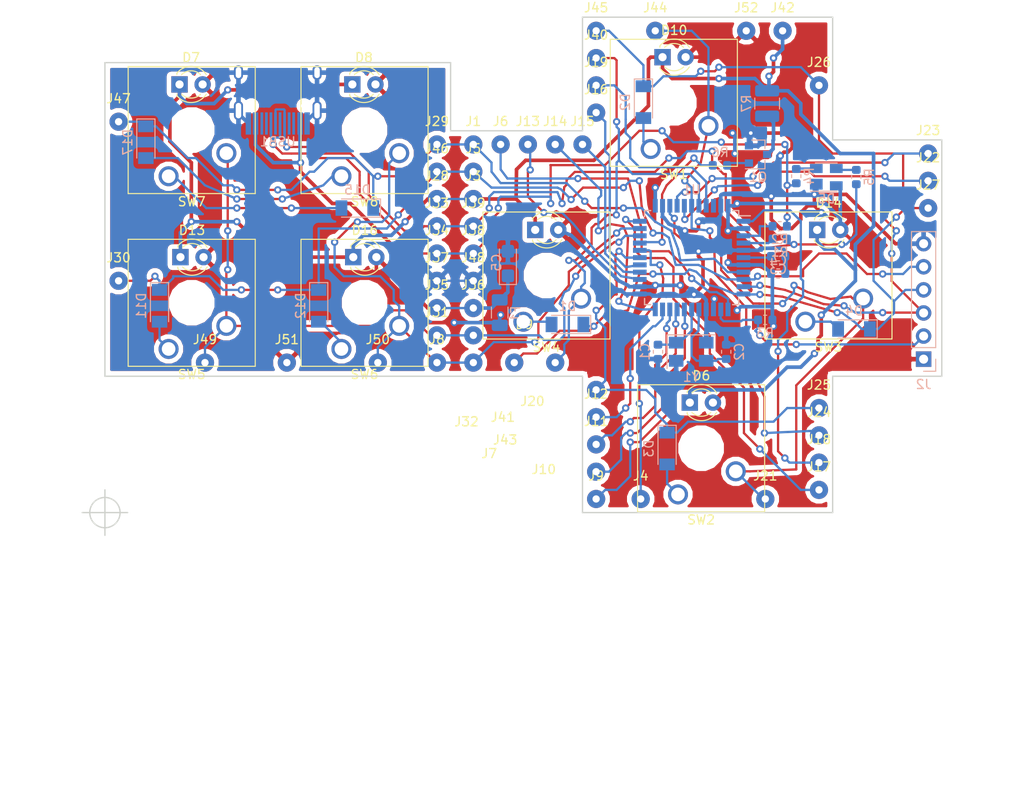
<source format=kicad_pcb>
(kicad_pcb (version 20171130) (host pcbnew 5.0.2+dfsg1-1)
  (layers (0 F.Cu signal) (31 B.Cu signal) (34 B.Paste user) (35 F.Paste user) (36 B.SilkS user) (37 F.SilkS user) (38 B.Mask user) (39 F.Mask user) (44 Edge.Cuts user))
  (net 0 "")
  (net 1 "Net-(C1-Pad1)")
  (net 2 GND)
  (net 3 "Net-(C2-Pad1)")
  (net 4 "Net-(C3-Pad1)")
  (net 5 +5V)
  (net 6 "Net-(J2-Pad2)")
  (net 7 /D-)
  (net 8 /D+)
  (net 9 "Net-(U1-Pad42)")
  (net 10 "Net-(USB1-Pad9)")
  (net 11 "Net-(USB1-Pad4)")
  (net 12 "Net-(USB1-Pad10)")
  (net 13 "Net-(USB1-Pad3)")
  (net 14 "Net-(D1-Pad2)")
  (net 15 "Net-(D2-Pad2)")
  (net 16 "Net-(D3-Pad2)")
  (net 17 "Net-(D4-Pad2)")
  (net 18 /row_3)
  (net 19 /row_2)
  (net 20 /row_4)
  (net 21 "Net-(D5-Pad2)")
  (net 22 "Net-(D5-Pad3)")
  (net 23 /BL_cathode)
  (net 24 /row_1)
  (net 25 "Net-(D11-Pad2)")
  (net 26 "Net-(D12-Pad2)")
  (net 27 "Net-(D15-Pad2)")
  (net 28 /row_0)
  (net 29 "Net-(D17-Pad2)")
  (net 30 /backlight)
  (net 31 /col_1)
  (net 32 /col_2)
  (net 33 /col_12)
  (net 34 /col_13)
  (net 35 "Net-(Q1-Pad1)")
  (net 36 "Net-(Q1-Pad3)")
  (net 37 /VBUS)
  (net 38 "Net-(R1-Pad1)")
  (net 39 "Net-(R2-Pad1)")
  (net 40 /row_5)
  (net 41 /col_0)
  (net 42 /col_3)
  (net 43 /col_4)
  (net 44 /col_5)
  (net 45 /col_6)
  (net 46 /col_7)
  (net 47 /col_8)
  (net 48 /col_9)
  (net 49 /col_10)
  (net 50 /unused_1)
  (net 51 /unused_2)
  (net 52 /col_11)
  (net 53 /col_14)
  (net 54 /col_15)
  (net 55 /unused_3)
  (module Button_Switch_Keyboard:SW_Cherry_MX1A_1.00u_Plate (layer F.Cu) (at 159.5 90 180)
    (fp_text reference SW6 (at -2.54 -2.794 180) (layer F.SilkS))
    (fp_text value SW_Push)
    (pad 1 thru_hole circle (at 0 0 180) (size 2.2 2.2) (drill 1.5) (layers *.Cu *.Mask) (net 26 "Net-(D12-Pad2)"))
    (pad 2 thru_hole circle (at -6.35 2.54 180) (size 2.2 2.2) (drill 1.5) (layers *.Cu *.Mask) (net 32 /col_2))
    (pad "" np_thru_hole circle (at -2.54 5.08 180) (size 4 4) (drill 4) (layers *.Cu *.Mask))
  )
  (module Connector_Wire:SolderWirePad_1x01_Drill0.8mm (layer F.Cu) (at 174 91.5)
    (fp_text reference J32 (at -0.75 6.5) (layer F.SilkS))
    (fp_text value Conn_01x01_Female)
    (pad 1 thru_hole circle (at 0 0) (size 1.99898 1.99898) (drill 0.8001) (layers *.Cu *.Mask) (net 32 /col_2))
  )
  (module Button_Switch_Keyboard:SW_Cherry_MX1A_1.75u_Plate (layer F.Cu) (at 196.5 106 180)
    (fp_text reference SW2 (at -2.54 -2.794 180) (layer F.SilkS))
    (fp_text value SW_Push)
    (pad 1 thru_hole circle (at 0 0 180) (size 2.2 2.2) (drill 1.5) (layers *.Cu *.Mask) (net 16 "Net-(D3-Pad2)"))
    (pad 2 thru_hole circle (at -6.35 2.54 180) (size 2.2 2.2) (drill 1.5) (layers *.Cu *.Mask) (net 34 /col_13))
    (pad "" np_thru_hole circle (at -2.54 5.08 180) (size 4 4) (drill 4) (layers *.Cu *.Mask))
  )
  (module Connector_Wire:SolderWirePad_1x01_Drill0.8mm (layer F.Cu) (at 206.1 106.5)
    (fp_text reference J21 (at 0 -2.54) (layer F.SilkS))
    (fp_text value Conn_01x01_Female)
    (pad 1 thru_hole circle (at 0 0) (size 1.99898 1.99898) (drill 0.8001) (layers *.Cu *.Mask) (net 34 /col_13))
  )
  (module Capacitor_SMD:C_0603_1608Metric (layer B.Cu) (at 194.3 90.3125 270)
    (fp_text reference C1 (at 0 1.43 270) (layer B.SilkS) (effects (justify mirror)))
    (fp_text value 22pF)
    (pad 1 smd roundrect (at -0.7875 0 270) (size 0.875 0.95) (layers B.Cu B.Paste B.Mask) (net 1 "Net-(C1-Pad1)"))
    (pad 2 smd roundrect (at 0.7875 0 270) (size 0.875 0.95) (layers B.Cu B.Paste B.Mask) (net 2 GND))
  )
  (module Capacitor_SMD:C_0603_1608Metric (layer B.Cu) (at 201.8 90.3125 90)
    (fp_text reference C2 (at 0 1.43 90) (layer B.SilkS) (effects (justify mirror)))
    (fp_text value 22pF)
    (pad 2 smd roundrect (at 0.7875 0 90) (size 0.875 0.95) (layers B.Cu B.Paste B.Mask) (net 2 GND))
    (pad 1 smd roundrect (at -0.7875 0 90) (size 0.875 0.95) (layers B.Cu B.Paste B.Mask) (net 3 "Net-(C2-Pad1)"))
  )
  (module Capacitor_SMD:C_0603_1608Metric (layer B.Cu) (at 207.5125 79.8)
    (fp_text reference C3 (at 0 1.43) (layer B.SilkS) (effects (justify mirror)))
    (fp_text value 1uF)
    (pad 2 smd roundrect (at 0.7875 0) (size 0.875 0.95) (layers B.Cu B.Paste B.Mask) (net 2 GND))
    (pad 1 smd roundrect (at -0.7875 0) (size 0.875 0.95) (layers B.Cu B.Paste B.Mask) (net 4 "Net-(C3-Pad1)"))
  )
  (module Capacitor_SMD:C_0603_1608Metric (layer B.Cu) (at 207.5125 81.7 180)
    (fp_text reference C4 (at 0 1.43 180) (layer B.SilkS) (effects (justify mirror)))
    (fp_text value 100nF)
    (pad 1 smd roundrect (at -0.7875 0 180) (size 0.875 0.95) (layers B.Cu B.Paste B.Mask) (net 2 GND))
    (pad 2 smd roundrect (at 0.7875 0 180) (size 0.875 0.95) (layers B.Cu B.Paste B.Mask) (net 5 +5V))
  )
  (module Capacitor_Tantalum_SMD:CP_EIA-3216-18_Kemet-A (layer B.Cu) (at 177.8 80.6 90)
    (fp_text reference C5 (at 0.1 -1.25 90) (layer B.SilkS) (effects (justify mirror)))
    (fp_text value 22uF)
    (pad 1 smd roundrect (at -1.35 0 90) (size 1.4 1.35) (layers B.Cu B.Paste B.Mask) (roundrect_rratio 0.185185) (net 37 /VBUS))
    (pad 2 smd roundrect (at 1.35 0 90) (size 1.4 1.35) (layers B.Cu B.Paste B.Mask) (roundrect_rratio 0.185185) (net 2 GND))
  )
  (module Diode_SMD:D_MiniMELF (layer B.Cu) (at 184.35 87.3 180)
    (fp_text reference D1 (at 0 2 180) (layer B.SilkS) (effects (justify mirror)))
    (fp_text value LL4148)
    (pad 2 smd rect (at 1.75 0 180) (size 1.3 1.7) (layers B.Cu B.Paste B.Mask) (net 14 "Net-(D1-Pad2)"))
    (pad 1 smd rect (at -1.75 0 180) (size 1.3 1.7) (layers B.Cu B.Paste B.Mask) (net 18 /row_3))
  )
  (module Diode_SMD:D_MiniMELF (layer B.Cu) (at 192.7 62.85 270)
    (fp_text reference D2 (at 0 2 270) (layer B.SilkS) (effects (justify mirror)))
    (fp_text value LL4148)
    (pad 1 smd rect (at -1.75 0 270) (size 1.3 1.7) (layers B.Cu B.Paste B.Mask) (net 19 /row_2))
    (pad 2 smd rect (at 1.75 0 270) (size 1.3 1.7) (layers B.Cu B.Paste B.Mask) (net 15 "Net-(D2-Pad2)"))
  )
  (module Diode_SMD:D_MiniMELF (layer B.Cu) (at 195.3 100.95 270)
    (fp_text reference D3 (at 0 2 270) (layer B.SilkS) (effects (justify mirror)))
    (fp_text value LL4148)
    (pad 1 smd rect (at -1.75 0 270) (size 1.3 1.7) (layers B.Cu B.Paste B.Mask) (net 20 /row_4))
    (pad 2 smd rect (at 1.75 0 270) (size 1.3 1.7) (layers B.Cu B.Paste B.Mask) (net 16 "Net-(D3-Pad2)"))
  )
  (module Diode_SMD:D_MiniMELF (layer B.Cu) (at 215.85 87.8 180)
    (fp_text reference D4 (at 0 2 180) (layer B.SilkS) (effects (justify mirror)))
    (fp_text value LL4148)
    (pad 2 smd rect (at 1.75 0 180) (size 1.3 1.7) (layers B.Cu B.Paste B.Mask) (net 17 "Net-(D4-Pad2)"))
    (pad 1 smd rect (at -1.75 0 180) (size 1.3 1.7) (layers B.Cu B.Paste B.Mask) (net 18 /row_3))
  )
  (module Package_TO_SOT_SMD:SOT-143 (layer B.Cu) (at 212.8 71.1)
    (fp_text reference D5 (at 0.02 2.38) (layer B.SilkS) (effects (justify mirror)))
    (fp_text value PRTR5V0U2X)
    (pad 1 smd rect (at -1.1 0.77 90) (size 1.2 1.4) (layers B.Cu B.Paste B.Mask) (net 2 GND))
    (pad 2 smd rect (at -1.1 -0.95 90) (size 1 1.4) (layers B.Cu B.Paste B.Mask) (net 21 "Net-(D5-Pad2)"))
    (pad 3 smd rect (at 1.1 -0.95 90) (size 1 1.4) (layers B.Cu B.Paste B.Mask) (net 22 "Net-(D5-Pad3)"))
    (pad 4 smd rect (at 1.1 0.95 90) (size 1 1.4) (layers B.Cu B.Paste B.Mask) (net 5 +5V))
  )
  (module LED_THT:LED_D3.0mm (layer F.Cu) (at 197.8 95.9)
    (fp_text reference D6 (at 1.27 -2.96) (layer F.SilkS))
    (fp_text value LED)
    (pad 2 thru_hole circle (at 2.54 0) (size 1.8 1.8) (drill 0.9) (layers *.Cu *.Mask) (net 5 +5V))
    (pad 1 thru_hole rect (at 0 0) (size 1.8 1.8) (drill 0.9) (layers *.Cu *.Mask) (net 23 /BL_cathode))
  )
  (module LED_THT:LED_D3.0mm (layer F.Cu) (at 141.7 60.9)
    (fp_text reference D7 (at 1.27 -2.96) (layer F.SilkS))
    (fp_text value LED)
    (pad 2 thru_hole circle (at 2.54 0) (size 1.8 1.8) (drill 0.9) (layers *.Cu *.Mask) (net 5 +5V))
    (pad 1 thru_hole rect (at 0 0) (size 1.8 1.8) (drill 0.9) (layers *.Cu *.Mask) (net 23 /BL_cathode))
  )
  (module LED_THT:LED_D3.0mm (layer F.Cu) (at 160.7 60.9)
    (fp_text reference D8 (at 1.27 -2.96) (layer F.SilkS))
    (fp_text value LED)
    (pad 1 thru_hole rect (at 0 0) (size 1.8 1.8) (drill 0.9) (layers *.Cu *.Mask) (net 23 /BL_cathode))
    (pad 2 thru_hole circle (at 2.54 0) (size 1.8 1.8) (drill 0.9) (layers *.Cu *.Mask) (net 5 +5V))
  )
  (module LED_THT:LED_D3.0mm (layer F.Cu) (at 180.8 76.9)
    (fp_text reference D9 (at -1.2 10.4) (layer F.SilkS))
    (fp_text value LED)
    (pad 1 thru_hole rect (at 0 0) (size 1.8 1.8) (drill 0.9) (layers *.Cu *.Mask) (net 23 /BL_cathode))
    (pad 2 thru_hole circle (at 2.54 0) (size 1.8 1.8) (drill 0.9) (layers *.Cu *.Mask) (net 5 +5V))
  )
  (module LED_THT:LED_D3.0mm (layer F.Cu) (at 194.8 57.9)
    (fp_text reference D10 (at 1.27 -2.96) (layer F.SilkS))
    (fp_text value LED)
    (pad 1 thru_hole rect (at 0 0) (size 1.8 1.8) (drill 0.9) (layers *.Cu *.Mask) (net 23 /BL_cathode))
    (pad 2 thru_hole circle (at 2.54 0) (size 1.8 1.8) (drill 0.9) (layers *.Cu *.Mask) (net 5 +5V))
  )
  (module Diode_SMD:D_MiniMELF (layer B.Cu) (at 139.5 85.25 270)
    (fp_text reference D11 (at 0 2 270) (layer B.SilkS) (effects (justify mirror)))
    (fp_text value LL4148)
    (pad 2 smd rect (at 1.75 0 270) (size 1.3 1.7) (layers B.Cu B.Paste B.Mask) (net 25 "Net-(D11-Pad2)"))
    (pad 1 smd rect (at -1.75 0 270) (size 1.3 1.7) (layers B.Cu B.Paste B.Mask) (net 24 /row_1))
  )
  (module Diode_SMD:D_MiniMELF (layer B.Cu) (at 157 85.25 270)
    (fp_text reference D12 (at 0 2 270) (layer B.SilkS) (effects (justify mirror)))
    (fp_text value LL4148)
    (pad 2 smd rect (at 1.75 0 270) (size 1.3 1.7) (layers B.Cu B.Paste B.Mask) (net 26 "Net-(D12-Pad2)"))
    (pad 1 smd rect (at -1.75 0 270) (size 1.3 1.7) (layers B.Cu B.Paste B.Mask) (net 24 /row_1))
  )
  (module LED_THT:LED_D3.0mm (layer F.Cu) (at 141.8 79.9)
    (fp_text reference D13 (at 1.27 -2.96) (layer F.SilkS))
    (fp_text value LED)
    (pad 2 thru_hole circle (at 2.54 0) (size 1.8 1.8) (drill 0.9) (layers *.Cu *.Mask) (net 5 +5V))
    (pad 1 thru_hole rect (at 0 0) (size 1.8 1.8) (drill 0.9) (layers *.Cu *.Mask) (net 23 /BL_cathode))
  )
  (module LED_THT:LED_D3.0mm (layer F.Cu) (at 211.8 76.9)
    (fp_text reference D14 (at 1.27 -2.96) (layer F.SilkS))
    (fp_text value LED)
    (pad 1 thru_hole rect (at 0 0) (size 1.8 1.8) (drill 0.9) (layers *.Cu *.Mask) (net 23 /BL_cathode))
    (pad 2 thru_hole circle (at 2.54 0) (size 1.8 1.8) (drill 0.9) (layers *.Cu *.Mask) (net 5 +5V))
  )
  (module Diode_SMD:D_MiniMELF (layer B.Cu) (at 161.25 74.5 180)
    (fp_text reference D15 (at 0 2 180) (layer B.SilkS) (effects (justify mirror)))
    (fp_text value LL4148)
    (pad 2 smd rect (at 1.75 0 180) (size 1.3 1.7) (layers B.Cu B.Paste B.Mask) (net 27 "Net-(D15-Pad2)"))
    (pad 1 smd rect (at -1.75 0 180) (size 1.3 1.7) (layers B.Cu B.Paste B.Mask) (net 28 /row_0))
  )
  (module LED_THT:LED_D3.0mm (layer F.Cu) (at 160.8 79.9)
    (fp_text reference D16 (at 1.27 -2.96) (layer F.SilkS))
    (fp_text value LED)
    (pad 2 thru_hole circle (at 2.54 0) (size 1.8 1.8) (drill 0.9) (layers *.Cu *.Mask) (net 5 +5V))
    (pad 1 thru_hole rect (at 0 0) (size 1.8 1.8) (drill 0.9) (layers *.Cu *.Mask) (net 23 /BL_cathode))
  )
  (module Diode_SMD:D_MiniMELF (layer B.Cu) (at 138 67.25 270)
    (fp_text reference D17 (at 0 2 270) (layer B.SilkS) (effects (justify mirror)))
    (fp_text value LL4148)
    (pad 1 smd rect (at -1.75 0 270) (size 1.3 1.7) (layers B.Cu B.Paste B.Mask) (net 28 /row_0))
    (pad 2 smd rect (at 1.75 0 270) (size 1.3 1.7) (layers B.Cu B.Paste B.Mask) (net 29 "Net-(D17-Pad2)"))
  )
  (module Fuse:Fuse_1206_3216Metric (layer B.Cu) (at 176.9 86 90)
    (fp_text reference F1 (at -0.15 1.75 90) (layer B.SilkS) (effects (justify mirror)))
    (fp_text value 500mA)
    (pad 1 smd roundrect (at -1.4 0 90) (size 1.25 1.75) (layers B.Cu B.Paste B.Mask) (roundrect_rratio 0.2) (net 5 +5V))
    (pad 2 smd roundrect (at 1.4 0 90) (size 1.25 1.75) (layers B.Cu B.Paste B.Mask) (roundrect_rratio 0.2) (net 37 /VBUS))
  )
  (module Connector_PinSocket_2.54mm:PinSocket_1x06_P2.54mm_Vertical (layer B.Cu) (at 223.5 91.12)
    (fp_text reference J2 (at 0 2.77) (layer B.SilkS) (effects (justify mirror)))
    (fp_text value Conn_01x06_Female)
    (pad 1 thru_hole rect (at 0 0) (size 1.7 1.7) (drill 1) (layers *.Cu *.Mask) (net 5 +5V))
    (pad 2 thru_hole oval (at 0 -2.54) (size 1.7 1.7) (drill 1) (layers *.Cu *.Mask) (net 6 "Net-(J2-Pad2)"))
    (pad 3 thru_hole oval (at 0 -5.08) (size 1.7 1.7) (drill 1) (layers *.Cu *.Mask) (net 19 /row_2))
    (pad 4 thru_hole oval (at 0 -7.62) (size 1.7 1.7) (drill 1) (layers *.Cu *.Mask) (net 18 /row_3))
    (pad 5 thru_hole oval (at 0 -10.16) (size 1.7 1.7) (drill 1) (layers *.Cu *.Mask) (net 24 /row_1))
    (pad 6 thru_hole oval (at 0 -12.7) (size 1.7 1.7) (drill 1) (layers *.Cu *.Mask) (net 2 GND))
  )
  (module Package_TO_SOT_SMD:SOT-23 (layer B.Cu) (at 205.3 68.6)
    (fp_text reference Q1 (at 0 2.5) (layer B.SilkS) (effects (justify mirror)))
    (fp_text value "BC817, MMBTA42")
    (pad 1 smd rect (at -1 0.95) (size 0.9 0.8) (layers B.Cu B.Paste B.Mask) (net 35 "Net-(Q1-Pad1)"))
    (pad 2 smd rect (at -1 -0.95) (size 0.9 0.8) (layers B.Cu B.Paste B.Mask) (net 2 GND))
    (pad 3 smd rect (at 1 0) (size 0.9 0.8) (layers B.Cu B.Paste B.Mask) (net 36 "Net-(Q1-Pad3)"))
  )
  (module Resistor_SMD:R_0603_1608Metric (layer B.Cu) (at 207.6875 77.9)
    (fp_text reference R1 (at 0 1.43) (layer B.SilkS) (effects (justify mirror)))
    (fp_text value 22R)
    (pad 1 smd roundrect (at -0.7875 0) (size 0.875 0.95) (layers B.Cu B.Paste B.Mask) (net 38 "Net-(R1-Pad1)"))
    (pad 2 smd roundrect (at 0.7875 0) (size 0.875 0.95) (layers B.Cu B.Paste B.Mask) (net 8 /D+))
  )
  (module Resistor_SMD:R_0603_1608Metric (layer B.Cu) (at 207.6875 76.5)
    (fp_text reference R2 (at 0 1.43) (layer B.SilkS) (effects (justify mirror)))
    (fp_text value 22R)
    (pad 2 smd roundrect (at 0.7875 0) (size 0.875 0.95) (layers B.Cu B.Paste B.Mask) (net 7 /D-))
    (pad 1 smd roundrect (at -0.7875 0) (size 0.875 0.95) (layers B.Cu B.Paste B.Mask) (net 39 "Net-(R2-Pad1)"))
  )
  (module Resistor_SMD:R_0603_1608Metric (layer B.Cu) (at 206.0875 86.8)
    (fp_text reference R3 (at 0 1.43) (layer B.SilkS) (effects (justify mirror)))
    (fp_text value 10k)
    (pad 1 smd roundrect (at -0.7875 0) (size 0.875 0.95) (layers B.Cu B.Paste B.Mask) (net 6 "Net-(J2-Pad2)"))
    (pad 2 smd roundrect (at 0.7875 0) (size 0.875 0.95) (layers B.Cu B.Paste B.Mask) (net 5 +5V))
  )
  (module Resistor_SMD:R_0603_1608Metric (layer B.Cu) (at 209.5 70.9875 90)
    (fp_text reference R4 (at 0 1.43 90) (layer B.SilkS) (effects (justify mirror)))
    (fp_text value 5.1k)
    (pad 1 smd roundrect (at -0.7875 0 90) (size 0.875 0.95) (layers B.Cu B.Paste B.Mask) (net 7 /D-))
    (pad 2 smd roundrect (at 0.7875 0 90) (size 0.875 0.95) (layers B.Cu B.Paste B.Mask) (net 21 "Net-(D5-Pad2)"))
  )
  (module Resistor_SMD:R_0603_1608Metric (layer B.Cu) (at 216.1 71.0875 90)
    (fp_text reference R5 (at 0 1.43 90) (layer B.SilkS) (effects (justify mirror)))
    (fp_text value 5.1k)
    (pad 2 smd roundrect (at 0.7875 0 90) (size 0.875 0.95) (layers B.Cu B.Paste B.Mask) (net 22 "Net-(D5-Pad3)"))
    (pad 1 smd roundrect (at -0.7875 0 90) (size 0.875 0.95) (layers B.Cu B.Paste B.Mask) (net 8 /D+))
  )
  (module Resistor_SMD:R_0603_1608Metric (layer B.Cu) (at 201.1125 69.8 180)
    (fp_text reference R6 (at 0 1.43 180) (layer B.SilkS) (effects (justify mirror)))
    (fp_text value 10k)
    (pad 2 smd roundrect (at 0.7875 0 180) (size 0.875 0.95) (layers B.Cu B.Paste B.Mask) (net 30 /backlight))
    (pad 1 smd roundrect (at -0.7875 0 180) (size 0.875 0.95) (layers B.Cu B.Paste B.Mask) (net 35 "Net-(Q1-Pad1)"))
  )
  (module Resistor_SMD:R_1210_3225Metric (layer B.Cu) (at 206.3 63 270)
    (fp_text reference R7 (at 0 2.28 270) (layer B.SilkS) (effects (justify mirror)))
    (fp_text value 10R)
    (pad 1 smd roundrect (at -1.4 0 270) (size 1.25 2.65) (layers B.Cu B.Paste B.Mask) (roundrect_rratio 0.2) (net 23 /BL_cathode))
    (pad 2 smd roundrect (at 1.4 0 270) (size 1.25 2.65) (layers B.Cu B.Paste B.Mask) (roundrect_rratio 0.2) (net 36 "Net-(Q1-Pad3)"))
  )
  (module Button_Switch_Keyboard:SW_Cherry_MX1A_1.00u_Plate (layer F.Cu) (at 193.5 68 180)
    (fp_text reference SW1 (at -2.54 -2.794 180) (layer F.SilkS))
    (fp_text value SW_Push)
    (pad "" np_thru_hole circle (at -2.54 5.08 180) (size 4 4) (drill 4) (layers *.Cu *.Mask))
    (pad 2 thru_hole circle (at -6.35 2.54 180) (size 2.2 2.2) (drill 1.5) (layers *.Cu *.Mask) (net 34 /col_13))
    (pad 1 thru_hole circle (at 0 0 180) (size 2.2 2.2) (drill 1.5) (layers *.Cu *.Mask) (net 15 "Net-(D2-Pad2)"))
  )
  (module Button_Switch_Keyboard:SW_Cherry_MX1A_2.25u_Plate (layer F.Cu) (at 210.5 86.995 180)
    (fp_text reference SW3 (at -2.54 -2.794 180) (layer F.SilkS))
    (fp_text value SW_Push)
    (pad 1 thru_hole circle (at 0 0 180) (size 2.2 2.2) (drill 1.5) (layers *.Cu *.Mask) (net 17 "Net-(D4-Pad2)"))
    (pad 2 thru_hole circle (at -6.35 2.54 180) (size 2.2 2.2) (drill 1.5) (layers *.Cu *.Mask) (net 34 /col_13))
    (pad "" np_thru_hole circle (at -2.54 5.08 180) (size 4 4) (drill 4) (layers *.Cu *.Mask))
  )
  (module Button_Switch_Keyboard:SW_Cherry_MX1A_1.00u_Plate (layer F.Cu) (at 179.5 87 180)
    (fp_text reference SW4 (at -2.54 -2.794 180) (layer F.SilkS))
    (fp_text value SW_Push)
    (pad 1 thru_hole circle (at 0 0 180) (size 2.2 2.2) (drill 1.5) (layers *.Cu *.Mask) (net 14 "Net-(D1-Pad2)"))
    (pad 2 thru_hole circle (at -6.35 2.54 180) (size 2.2 2.2) (drill 1.5) (layers *.Cu *.Mask) (net 33 /col_12))
    (pad "" np_thru_hole circle (at -2.54 5.08 180) (size 4 4) (drill 4) (layers *.Cu *.Mask))
  )
  (module Button_Switch_Keyboard:SW_Cherry_MX1A_1.00u_Plate (layer F.Cu) (at 140.5 90 180)
    (fp_text reference SW5 (at -2.54 -2.794 180) (layer F.SilkS))
    (fp_text value SW_Push)
    (pad "" np_thru_hole circle (at -2.54 5.08 180) (size 4 4) (drill 4) (layers *.Cu *.Mask))
    (pad 2 thru_hole circle (at -6.35 2.54 180) (size 2.2 2.2) (drill 1.5) (layers *.Cu *.Mask) (net 31 /col_1))
    (pad 1 thru_hole circle (at 0 0 180) (size 2.2 2.2) (drill 1.5) (layers *.Cu *.Mask) (net 25 "Net-(D11-Pad2)"))
  )
  (module Button_Switch_Keyboard:SW_Cherry_MX1A_1.00u_Plate (layer F.Cu) (at 140.5 71 180)
    (fp_text reference SW7 (at -2.54 -2.794 180) (layer F.SilkS))
    (fp_text value SW_Push)
    (pad 1 thru_hole circle (at 0 0 180) (size 2.2 2.2) (drill 1.5) (layers *.Cu *.Mask) (net 27 "Net-(D15-Pad2)"))
    (pad 2 thru_hole circle (at -6.35 2.54 180) (size 2.2 2.2) (drill 1.5) (layers *.Cu *.Mask) (net 31 /col_1))
    (pad "" np_thru_hole circle (at -2.54 5.08 180) (size 4 4) (drill 4) (layers *.Cu *.Mask))
  )
  (module Button_Switch_Keyboard:SW_Cherry_MX1A_1.00u_Plate (layer F.Cu) (at 159.5 71 180)
    (fp_text reference SW8 (at -2.54 -2.794 180) (layer F.SilkS))
    (fp_text value SW_Push)
    (pad "" np_thru_hole circle (at -2.54 5.08 180) (size 4 4) (drill 4) (layers *.Cu *.Mask))
    (pad 2 thru_hole circle (at -6.35 2.54 180) (size 2.2 2.2) (drill 1.5) (layers *.Cu *.Mask) (net 32 /col_2))
    (pad 1 thru_hole circle (at 0 0 180) (size 2.2 2.2) (drill 1.5) (layers *.Cu *.Mask) (net 29 "Net-(D17-Pad2)"))
  )
  (module Package_QFP:TQFP-44_10x10mm_P0.8mm (layer B.Cu) (at 198 79.95 180)
    (fp_text reference U1 (at 0 7.45 180) (layer B.SilkS) (effects (justify mirror)))
    (fp_text value ATmega32U4-AU)
    (pad 1 smd rect (at -5.7 4 180) (size 1.5 0.55) (layers B.Cu B.Paste B.Mask) (net 51 /unused_2))
    (pad 2 smd rect (at -5.7 3.2 180) (size 1.5 0.55) (layers B.Cu B.Paste B.Mask) (net 5 +5V))
    (pad 3 smd rect (at -5.7 2.4 180) (size 1.5 0.55) (layers B.Cu B.Paste B.Mask) (net 39 "Net-(R2-Pad1)"))
    (pad 4 smd rect (at -5.7 1.6 180) (size 1.5 0.55) (layers B.Cu B.Paste B.Mask) (net 38 "Net-(R1-Pad1)"))
    (pad 5 smd rect (at -5.7 0.8 180) (size 1.5 0.55) (layers B.Cu B.Paste B.Mask) (net 2 GND))
    (pad 6 smd rect (at -5.7 0 180) (size 1.5 0.55) (layers B.Cu B.Paste B.Mask) (net 4 "Net-(C3-Pad1)"))
    (pad 7 smd rect (at -5.7 -0.8 180) (size 1.5 0.55) (layers B.Cu B.Paste B.Mask) (net 5 +5V))
    (pad 8 smd rect (at -5.7 -1.6 180) (size 1.5 0.55) (layers B.Cu B.Paste B.Mask) (net 28 /row_0))
    (pad 9 smd rect (at -5.7 -2.4 180) (size 1.5 0.55) (layers B.Cu B.Paste B.Mask) (net 24 /row_1))
    (pad 10 smd rect (at -5.7 -3.2 180) (size 1.5 0.55) (layers B.Cu B.Paste B.Mask) (net 19 /row_2))
    (pad 11 smd rect (at -5.7 -4 180) (size 1.5 0.55) (layers B.Cu B.Paste B.Mask) (net 18 /row_3))
    (pad 12 smd rect (at -4 -5.7 90) (size 1.5 0.55) (layers B.Cu B.Paste B.Mask) (net 41 /col_0))
    (pad 13 smd rect (at -3.2 -5.7 90) (size 1.5 0.55) (layers B.Cu B.Paste B.Mask) (net 6 "Net-(J2-Pad2)"))
    (pad 14 smd rect (at -2.4 -5.7 90) (size 1.5 0.55) (layers B.Cu B.Paste B.Mask) (net 5 +5V))
    (pad 15 smd rect (at -1.6 -5.7 90) (size 1.5 0.55) (layers B.Cu B.Paste B.Mask) (net 2 GND))
    (pad 16 smd rect (at -0.8 -5.7 90) (size 1.5 0.55) (layers B.Cu B.Paste B.Mask) (net 3 "Net-(C2-Pad1)"))
    (pad 17 smd rect (at 0 -5.7 90) (size 1.5 0.55) (layers B.Cu B.Paste B.Mask) (net 1 "Net-(C1-Pad1)"))
    (pad 18 smd rect (at 0.8 -5.7 90) (size 1.5 0.55) (layers B.Cu B.Paste B.Mask) (net 42 /col_3))
    (pad 19 smd rect (at 1.6 -5.7 90) (size 1.5 0.55) (layers B.Cu B.Paste B.Mask) (net 43 /col_4))
    (pad 20 smd rect (at 2.4 -5.7 90) (size 1.5 0.55) (layers B.Cu B.Paste B.Mask) (net 44 /col_5))
    (pad 21 smd rect (at 3.2 -5.7 90) (size 1.5 0.55) (layers B.Cu B.Paste B.Mask) (net 45 /col_6))
    (pad 22 smd rect (at 4 -5.7 90) (size 1.5 0.55) (layers B.Cu B.Paste B.Mask) (net 47 /col_8))
    (pad 23 smd rect (at 5.7 -4 180) (size 1.5 0.55) (layers B.Cu B.Paste B.Mask) (net 2 GND))
    (pad 24 smd rect (at 5.7 -3.2 180) (size 1.5 0.55) (layers B.Cu B.Paste B.Mask) (net 5 +5V))
    (pad 25 smd rect (at 5.7 -2.4 180) (size 1.5 0.55) (layers B.Cu B.Paste B.Mask) (net 46 /col_7))
    (pad 26 smd rect (at 5.7 -1.6 180) (size 1.5 0.55) (layers B.Cu B.Paste B.Mask) (net 48 /col_9))
    (pad 27 smd rect (at 5.7 -0.8 180) (size 1.5 0.55) (layers B.Cu B.Paste B.Mask) (net 49 /col_10))
    (pad 28 smd rect (at 5.7 0 180) (size 1.5 0.55) (layers B.Cu B.Paste B.Mask) (net 20 /row_4))
    (pad 29 smd rect (at 5.7 0.8 180) (size 1.5 0.55) (layers B.Cu B.Paste B.Mask) (net 40 /row_5))
    (pad 30 smd rect (at 5.7 1.6 180) (size 1.5 0.55) (layers B.Cu B.Paste B.Mask) (net 30 /backlight))
    (pad 31 smd rect (at 5.7 2.4 180) (size 1.5 0.55) (layers B.Cu B.Paste B.Mask) (net 31 /col_1))
    (pad 32 smd rect (at 5.7 3.2 180) (size 1.5 0.55) (layers B.Cu B.Paste B.Mask) (net 32 /col_2))
    (pad 33 smd rect (at 5.7 4 180) (size 1.5 0.55) (layers B.Cu B.Paste B.Mask) (net 50 /unused_1))
    (pad 34 smd rect (at 4 5.7 90) (size 1.5 0.55) (layers B.Cu B.Paste B.Mask) (net 5 +5V))
    (pad 35 smd rect (at 3.2 5.7 90) (size 1.5 0.55) (layers B.Cu B.Paste B.Mask) (net 2 GND))
    (pad 36 smd rect (at 2.4 5.7 90) (size 1.5 0.55) (layers B.Cu B.Paste B.Mask) (net 55 /unused_3))
    (pad 37 smd rect (at 1.6 5.7 90) (size 1.5 0.55) (layers B.Cu B.Paste B.Mask) (net 54 /col_15))
    (pad 38 smd rect (at 0.8 5.7 90) (size 1.5 0.55) (layers B.Cu B.Paste B.Mask) (net 53 /col_14))
    (pad 39 smd rect (at 0 5.7 90) (size 1.5 0.55) (layers B.Cu B.Paste B.Mask) (net 34 /col_13))
    (pad 40 smd rect (at -0.8 5.7 90) (size 1.5 0.55) (layers B.Cu B.Paste B.Mask) (net 33 /col_12))
    (pad 41 smd rect (at -1.6 5.7 90) (size 1.5 0.55) (layers B.Cu B.Paste B.Mask) (net 52 /col_11))
    (pad 42 smd rect (at -2.4 5.7 90) (size 1.5 0.55) (layers B.Cu B.Paste B.Mask) (net 9 "Net-(U1-Pad42)"))
    (pad 43 smd rect (at -3.2 5.7 90) (size 1.5 0.55) (layers B.Cu B.Paste B.Mask) (net 2 GND))
    (pad 44 smd rect (at -4 5.7 90) (size 1.5 0.55) (layers B.Cu B.Paste B.Mask) (net 5 +5V))
  )
  (module usb_type_c:HRO-TYPE-C-31-M-12-HandSoldering (layer B.Cu) (at 152.5 57)
    (fp_text reference USB1 (at 0 10.2) (layer B.SilkS) (effects (justify mirror)))
    (fp_text value HRO-TYPE-C-31-M-12)
    (pad 13 thru_hole oval (at 4.32 2.6) (size 1 1.6) (drill oval 0.6 1.2) (layers *.Cu F.Mask) (net 2 GND))
    (pad 13 thru_hole oval (at -4.32 2.6) (size 1 1.6) (drill oval 0.6 1.2) (layers *.Cu F.Mask) (net 2 GND))
    (pad 13 thru_hole oval (at 4.32 6.78) (size 1 2.1) (drill oval 0.6 1.7) (layers *.Cu F.Mask) (net 2 GND))
    (pad 13 thru_hole oval (at -4.32 6.78) (size 1 2.1) (drill oval 0.6 1.7) (layers *.Cu F.Mask) (net 2 GND))
    (pad "" np_thru_hole circle (at -2.89 6.25) (size 0.65 0.65) (drill 0.65) (layers *.Cu *.Mask))
    (pad "" np_thru_hole circle (at 2.89 6.25) (size 0.65 0.65) (drill 0.65) (layers *.Cu *.Mask))
    (pad 6 smd rect (at -0.25 8.195) (size 0.3 2.45) (layers B.Cu B.Paste B.Mask) (net 8 /D+))
    (pad 7 smd rect (at 0.25 8.195) (size 0.3 2.45) (layers B.Cu B.Paste B.Mask) (net 7 /D-))
    (pad 8 smd rect (at 0.75 8.195) (size 0.3 2.45) (layers B.Cu B.Paste B.Mask) (net 8 /D+))
    (pad 5 smd rect (at -0.75 8.195) (size 0.3 2.45) (layers B.Cu B.Paste B.Mask) (net 7 /D-))
    (pad 9 smd rect (at 1.25 8.195) (size 0.3 2.45) (layers B.Cu B.Paste B.Mask) (net 10 "Net-(USB1-Pad9)"))
    (pad 4 smd rect (at -1.25 8.195) (size 0.3 2.45) (layers B.Cu B.Paste B.Mask) (net 11 "Net-(USB1-Pad4)"))
    (pad 10 smd rect (at 1.75 8.195) (size 0.3 2.45) (layers B.Cu B.Paste B.Mask) (net 12 "Net-(USB1-Pad10)"))
    (pad 3 smd rect (at -1.75 8.195) (size 0.3 2.45) (layers B.Cu B.Paste B.Mask) (net 13 "Net-(USB1-Pad3)"))
    (pad 2 smd rect (at -2.45 8.195) (size 0.6 2.45) (layers B.Cu B.Paste B.Mask) (net 37 /VBUS))
    (pad 11 smd rect (at 2.45 8.195) (size 0.6 2.45) (layers B.Cu B.Paste B.Mask) (net 37 /VBUS))
    (pad 1 smd rect (at -3.225 8.195) (size 0.6 2.45) (layers B.Cu B.Paste B.Mask) (net 2 GND))
    (pad 12 smd rect (at 3.225 8.195) (size 0.6 2.45) (layers B.Cu B.Paste B.Mask) (net 2 GND))
  )
  (module Crystal:Crystal_SMD_5032-4Pin_5.0x3.2mm (layer B.Cu) (at 197.95 90.3)
    (fp_text reference Y1 (at 0 2.8) (layer B.SilkS) (effects (justify mirror)))
    (fp_text value 8MHz)
    (pad 1 smd rect (at -1.65 -1) (size 1.6 1.3) (layers B.Cu B.Paste B.Mask) (net 1 "Net-(C1-Pad1)"))
    (pad 2 smd rect (at 1.65 -1) (size 1.6 1.3) (layers B.Cu B.Paste B.Mask) (net 2 GND))
    (pad 3 smd rect (at 1.65 1) (size 1.6 1.3) (layers B.Cu B.Paste B.Mask) (net 3 "Net-(C2-Pad1)"))
    (pad 4 smd rect (at -1.65 1) (size 1.6 1.3) (layers B.Cu B.Paste B.Mask) (net 2 GND))
  )
  (module Connector_Wire:SolderWirePad_1x01_Drill0.8mm (layer F.Cu) (at 174 67.5)
    (fp_text reference J1 (at 0 -2.54) (layer F.SilkS))
    (fp_text value Conn_01x01_Female)
    (pad 1 thru_hole circle (at 0 0) (size 1.99898 1.99898) (drill 0.8001) (layers *.Cu *.Mask) (net 28 /row_0))
  )
  (module Connector_Wire:SolderWirePad_1x01_Drill0.8mm (layer F.Cu) (at 192.4 106.5)
    (fp_text reference J4 (at 0 -2.54) (layer F.SilkS))
    (fp_text value Conn_01x01_Female)
    (pad 1 thru_hole circle (at 0 0) (size 1.99898 1.99898) (drill 0.8001) (layers *.Cu *.Mask) (net 40 /row_5))
  )
  (module Connector_Wire:SolderWirePad_1x01_Drill0.8mm (layer F.Cu) (at 177 67.5)
    (fp_text reference J6 (at 0 -2.54) (layer F.SilkS))
    (fp_text value Conn_01x01_Female)
    (pad 1 thru_hole circle (at 0 0) (size 1.99898 1.99898) (drill 0.8001) (layers *.Cu *.Mask) (net 41 /col_0))
  )
  (module Connector_Wire:SolderWirePad_1x01_Drill0.8mm (layer F.Cu) (at 174 88.5)
    (fp_text reference J7 (at 1.75 13) (layer F.SilkS))
    (fp_text value Conn_01x01_Female)
    (pad 1 thru_hole circle (at 0 0) (size 1.99898 1.99898) (drill 0.8001) (layers *.Cu *.Mask) (net 31 /col_1))
  )
  (module Connector_Wire:SolderWirePad_1x01_Drill0.8mm (layer F.Cu) (at 170 91.5)
    (fp_text reference J8 (at 0 -2.54) (layer F.SilkS))
    (fp_text value Conn_01x01_Female)
    (pad 1 thru_hole circle (at 0 0) (size 1.99898 1.99898) (drill 0.8001) (layers *.Cu *.Mask) (net 32 /col_2))
  )
  (module Connector_Wire:SolderWirePad_1x01_Drill0.8mm (layer F.Cu) (at 187.5 106.5)
    (fp_text reference J9 (at 0 -2.54) (layer F.SilkS))
    (fp_text value Conn_01x01_Female)
    (pad 1 thru_hole circle (at 0 0) (size 1.99898 1.99898) (drill 0.8001) (layers *.Cu *.Mask) (net 42 /col_3))
  )
  (module Connector_Wire:SolderWirePad_1x01_Drill0.8mm (layer F.Cu) (at 187.5 103.5)
    (fp_text reference J10 (at -5.75 -0.25) (layer F.SilkS))
    (fp_text value Conn_01x01_Female)
    (pad 1 thru_hole circle (at 0 0) (size 1.99898 1.99898) (drill 0.8001) (layers *.Cu *.Mask) (net 43 /col_4))
  )
  (module Connector_Wire:SolderWirePad_1x01_Drill0.8mm (layer F.Cu) (at 187.5 100.5)
    (fp_text reference J11 (at 0 -2.54) (layer F.SilkS))
    (fp_text value Conn_01x01_Female)
    (pad 1 thru_hole circle (at 0 0) (size 1.99898 1.99898) (drill 0.8001) (layers *.Cu *.Mask) (net 44 /col_5))
  )
  (module Connector_Wire:SolderWirePad_1x01_Drill0.8mm (layer F.Cu) (at 187.5 97.5)
    (fp_text reference J12 (at 0 -2.54) (layer F.SilkS))
    (fp_text value Conn_01x01_Female)
    (pad 1 thru_hole circle (at 0 0) (size 1.99898 1.99898) (drill 0.8001) (layers *.Cu *.Mask) (net 45 /col_6))
  )
  (module Connector_Wire:SolderWirePad_1x01_Drill0.8mm (layer F.Cu) (at 180 67.5)
    (fp_text reference J13 (at 0 -2.54) (layer F.SilkS))
    (fp_text value Conn_01x01_Female)
    (pad 1 thru_hole circle (at 0 0) (size 1.99898 1.99898) (drill 0.8001) (layers *.Cu *.Mask) (net 46 /col_7))
  )
  (module Connector_Wire:SolderWirePad_1x01_Drill0.8mm (layer F.Cu) (at 183 67.5)
    (fp_text reference J14 (at 0 -2.54) (layer F.SilkS))
    (fp_text value Conn_01x01_Female)
    (pad 1 thru_hole circle (at 0 0) (size 1.99898 1.99898) (drill 0.8001) (layers *.Cu *.Mask) (net 47 /col_8))
  )
  (module Connector_Wire:SolderWirePad_1x01_Drill0.8mm (layer F.Cu) (at 186 67.5)
    (fp_text reference J15 (at 0 -2.54) (layer F.SilkS))
    (fp_text value Conn_01x01_Female)
    (pad 1 thru_hole circle (at 0 0) (size 1.99898 1.99898) (drill 0.8001) (layers *.Cu *.Mask) (net 48 /col_9))
  )
  (module Connector_Wire:SolderWirePad_1x01_Drill0.8mm (layer F.Cu) (at 187.5 64)
    (fp_text reference J16 (at 0 -2.54) (layer F.SilkS))
    (fp_text value Conn_01x01_Female)
    (pad 1 thru_hole circle (at 0 0) (size 1.99898 1.99898) (drill 0.8001) (layers *.Cu *.Mask) (net 49 /col_10))
  )
  (module Connector_Wire:SolderWirePad_1x01_Drill0.8mm (layer F.Cu) (at 212 105.5)
    (fp_text reference J17 (at 0 -2.54) (layer F.SilkS))
    (fp_text value Conn_01x01_Female)
    (pad 1 thru_hole circle (at 0 0) (size 1.99898 1.99898) (drill 0.8001) (layers *.Cu *.Mask) (net 50 /unused_1))
  )
  (module Connector_Wire:SolderWirePad_1x01_Drill0.8mm (layer F.Cu) (at 212 102.5)
    (fp_text reference J18 (at 0 -2.54) (layer F.SilkS))
    (fp_text value Conn_01x01_Female)
    (pad 1 thru_hole circle (at 0 0) (size 1.99898 1.99898) (drill 0.8001) (layers *.Cu *.Mask) (net 51 /unused_2))
  )
  (module Connector_Wire:SolderWirePad_1x01_Drill0.8mm (layer F.Cu) (at 187.5 61)
    (fp_text reference J19 (at 0 -2.54) (layer F.SilkS))
    (fp_text value Conn_01x01_Female)
    (pad 1 thru_hole circle (at 0 0) (size 1.99898 1.99898) (drill 0.8001) (layers *.Cu *.Mask) (net 52 /col_11))
  )
  (module Connector_Wire:SolderWirePad_1x01_Drill0.8mm (layer F.Cu) (at 183 91.5)
    (fp_text reference J20 (at -2.5 4.25) (layer F.SilkS))
    (fp_text value Conn_01x01_Female)
    (pad 1 thru_hole circle (at 0 0) (size 1.99898 1.99898) (drill 0.8001) (layers *.Cu *.Mask) (net 33 /col_12))
  )
  (module Connector_Wire:SolderWirePad_1x01_Drill0.8mm (layer F.Cu) (at 224 71.5)
    (fp_text reference J22 (at 0 -2.54) (layer F.SilkS))
    (fp_text value Conn_01x01_Female)
    (pad 1 thru_hole circle (at 0 0) (size 1.99898 1.99898) (drill 0.8001) (layers *.Cu *.Mask) (net 53 /col_14))
  )
  (module Connector_Wire:SolderWirePad_1x01_Drill0.8mm (layer F.Cu) (at 224 68.5)
    (fp_text reference J23 (at 0 -2.54) (layer F.SilkS))
    (fp_text value Conn_01x01_Female)
    (pad 1 thru_hole circle (at 0 0) (size 1.99898 1.99898) (drill 0.8001) (layers *.Cu *.Mask) (net 54 /col_15))
  )
  (module Connector_Wire:SolderWirePad_1x01_Drill0.8mm (layer F.Cu) (at 212 99.5)
    (fp_text reference J24 (at 0 -2.54) (layer F.SilkS))
    (fp_text value Conn_01x01_Female)
    (pad 1 thru_hole circle (at 0 0) (size 1.99898 1.99898) (drill 0.8001) (layers *.Cu *.Mask) (net 55 /unused_3))
  )
  (module Connector_Wire:SolderWirePad_1x01_Drill0.8mm (layer F.Cu) (at 212 96.5)
    (fp_text reference J25 (at 0 -2.54) (layer F.SilkS))
    (fp_text value Conn_01x01_Female)
    (pad 1 thru_hole circle (at 0 0) (size 1.99898 1.99898) (drill 0.8001) (layers *.Cu *.Mask) (net 20 /row_4))
  )
  (module Connector_Wire:SolderWirePad_1x01_Drill0.8mm (layer F.Cu) (at 212 61)
    (fp_text reference J26 (at 0 -2.54) (layer F.SilkS))
    (fp_text value Conn_01x01_Female)
    (pad 1 thru_hole circle (at 0 0) (size 1.99898 1.99898) (drill 0.8001) (layers *.Cu *.Mask) (net 19 /row_2))
  )
  (module Connector_Wire:SolderWirePad_1x01_Drill0.8mm (layer F.Cu) (at 224 74.5)
    (fp_text reference J27 (at 0 -2.54) (layer F.SilkS))
    (fp_text value Conn_01x01_Female)
    (pad 1 thru_hole circle (at 0 0) (size 1.99898 1.99898) (drill 0.8001) (layers *.Cu *.Mask) (net 18 /row_3))
  )
  (module Connector_Wire:SolderWirePad_1x01_Drill0.8mm (layer F.Cu) (at 170 73.5)
    (fp_text reference J28 (at 0 -2.54) (layer F.SilkS))
    (fp_text value Conn_01x01_Female)
    (pad 1 thru_hole circle (at 0 0) (size 1.99898 1.99898) (drill 0.8001) (layers *.Cu *.Mask) (net 23 /BL_cathode))
  )
  (module Connector_Wire:SolderWirePad_1x01_Drill0.8mm (layer F.Cu) (at 170 67.5)
    (fp_text reference J29 (at 0 -2.54) (layer F.SilkS))
    (fp_text value Conn_01x01_Female)
    (pad 1 thru_hole circle (at 0 0) (size 1.99898 1.99898) (drill 0.8001) (layers *.Cu *.Mask) (net 28 /row_0))
  )
  (module Connector_Wire:SolderWirePad_1x01_Drill0.8mm (layer F.Cu) (at 135 82.5)
    (fp_text reference J30 (at 0 -2.54) (layer F.SilkS))
    (fp_text value Conn_01x01_Female)
    (pad 1 thru_hole circle (at 0 0) (size 1.99898 1.99898) (drill 0.8001) (layers *.Cu *.Mask) (net 24 /row_1))
  )
  (module Connector_Wire:SolderWirePad_1x01_Drill0.8mm (layer F.Cu) (at 170 88.5)
    (fp_text reference J31 (at 0 -2.54) (layer F.SilkS))
    (fp_text value Conn_01x01_Female)
    (pad 1 thru_hole circle (at 0 0) (size 1.99898 1.99898) (drill 0.8001) (layers *.Cu *.Mask) (net 31 /col_1))
  )
  (module Connector_Wire:SolderWirePad_1x01_Drill0.8mm (layer F.Cu) (at 170 76.5)
    (fp_text reference J33 (at 0 -2.54) (layer F.SilkS))
    (fp_text value Conn_01x01_Female)
    (pad 1 thru_hole circle (at 0 0) (size 1.99898 1.99898) (drill 0.8001) (layers *.Cu *.Mask) (net 8 /D+))
  )
  (module Connector_Wire:SolderWirePad_1x01_Drill0.8mm (layer F.Cu) (at 170 79.5)
    (fp_text reference J34 (at 0 -2.54) (layer F.SilkS))
    (fp_text value Conn_01x01_Female)
    (pad 1 thru_hole circle (at 0 0) (size 1.99898 1.99898) (drill 0.8001) (layers *.Cu *.Mask) (net 7 /D-))
  )
  (module Connector_Wire:SolderWirePad_1x01_Drill0.8mm (layer F.Cu) (at 170 85.5)
    (fp_text reference J35 (at 0 -2.54) (layer F.SilkS))
    (fp_text value Conn_01x01_Female)
    (pad 1 thru_hole circle (at 0 0) (size 1.99898 1.99898) (drill 0.8001) (layers *.Cu *.Mask) (net 37 /VBUS))
  )
  (module Connector_Wire:SolderWirePad_1x01_Drill0.8mm (layer F.Cu) (at 174 85.5)
    (fp_text reference J36 (at 0 -2.54) (layer F.SilkS))
    (fp_text value Conn_01x01_Female)
    (pad 1 thru_hole circle (at 0 0) (size 1.99898 1.99898) (drill 0.8001) (layers *.Cu *.Mask) (net 37 /VBUS))
  )
  (module Connector_Wire:SolderWirePad_1x01_Drill0.8mm (layer F.Cu) (at 170 82.5)
    (fp_text reference J37 (at 0 -2.54) (layer F.SilkS))
    (fp_text value Conn_01x01_Female)
    (pad 1 thru_hole circle (at 0 0) (size 1.99898 1.99898) (drill 0.8001) (layers *.Cu *.Mask) (net 2 GND))
  )
  (module Connector_Wire:SolderWirePad_1x01_Drill0.8mm (layer F.Cu) (at 174 79.5)
    (fp_text reference J38 (at 0 -2.54) (layer F.SilkS))
    (fp_text value Conn_01x01_Female)
    (pad 1 thru_hole circle (at 0 0) (size 1.99898 1.99898) (drill 0.8001) (layers *.Cu *.Mask) (net 7 /D-))
  )
  (module Connector_Wire:SolderWirePad_1x01_Drill0.8mm (layer F.Cu) (at 174 76.5)
    (fp_text reference J39 (at 0 -2.54) (layer F.SilkS))
    (fp_text value Conn_01x01_Female)
    (pad 1 thru_hole circle (at 0 0) (size 1.99898 1.99898) (drill 0.8001) (layers *.Cu *.Mask) (net 8 /D+))
  )
  (module Connector_Wire:SolderWirePad_1x01_Drill0.8mm (layer F.Cu) (at 187.5 58)
    (fp_text reference J40 (at 0 -2.54) (layer F.SilkS))
    (fp_text value Conn_01x01_Female)
    (pad 1 thru_hole circle (at 0 0) (size 1.99898 1.99898) (drill 0.8001) (layers *.Cu *.Mask) (net 33 /col_12))
  )
  (module Connector_Wire:SolderWirePad_1x01_Drill0.8mm (layer F.Cu) (at 178.5 91.5)
    (fp_text reference J41 (at -1.25 6) (layer F.SilkS))
    (fp_text value Conn_01x01_Female)
    (pad 1 thru_hole circle (at 0 0) (size 1.99898 1.99898) (drill 0.8001) (layers *.Cu *.Mask) (net 18 /row_3))
  )
  (module Connector_Wire:SolderWirePad_1x01_Drill0.8mm (layer F.Cu) (at 187.5 94.5)
    (fp_text reference J43 (at -10 5.5) (layer F.SilkS))
    (fp_text value Conn_01x01_Female)
    (pad 1 thru_hole circle (at 0 0) (size 1.99898 1.99898) (drill 0.8001) (layers *.Cu *.Mask) (net 20 /row_4))
  )
  (module Connector_Wire:SolderWirePad_1x01_Drill0.8mm (layer F.Cu) (at 194 55)
    (fp_text reference J44 (at 0 -2.54) (layer F.SilkS))
    (fp_text value Conn_01x01_Female)
    (pad 1 thru_hole circle (at 0 0) (size 1.99898 1.99898) (drill 0.8001) (layers *.Cu *.Mask) (net 34 /col_13))
  )
  (module Connector_Wire:SolderWirePad_1x01_Drill0.8mm (layer F.Cu) (at 187.5 55)
    (fp_text reference J45 (at 0 -2.54) (layer F.SilkS))
    (fp_text value Conn_01x01_Female)
    (pad 1 thru_hole circle (at 0 0) (size 1.99898 1.99898) (drill 0.8001) (layers *.Cu *.Mask) (net 19 /row_2))
  )
  (module Connector_Wire:SolderWirePad_1x01_Drill0.8mm (layer F.Cu) (at 170 70.5)
    (fp_text reference J46 (at 0 -2.54) (layer F.SilkS))
    (fp_text value Conn_01x01_Female)
    (pad 1 thru_hole circle (at 0 0) (size 1.99898 1.99898) (drill 0.8001) (layers *.Cu *.Mask) (net 24 /row_1))
  )
  (module Connector_Wire:SolderWirePad_1x01_Drill0.8mm (layer F.Cu) (at 135 65)
    (fp_text reference J47 (at 0 -2.54) (layer F.SilkS))
    (fp_text value Conn_01x01_Female)
    (pad 1 thru_hole circle (at 0 0) (size 1.99898 1.99898) (drill 0.8001) (layers *.Cu *.Mask) (net 28 /row_0))
  )
  (module Connector_Wire:SolderWirePad_1x01_Drill0.8mm (layer F.Cu) (at 174 82.5)
    (fp_text reference J48 (at 0 -2.54) (layer F.SilkS))
    (fp_text value Conn_01x01_Female)
    (pad 1 thru_hole circle (at 0 0) (size 1.99898 1.99898) (drill 0.8001) (layers *.Cu *.Mask) (net 2 GND))
  )
  (module Connector_Wire:SolderWirePad_1x01_Drill0.8mm (layer F.Cu) (at 174 73.5)
    (fp_text reference J3 (at 0 -2.54) (layer F.SilkS))
    (fp_text value Conn_01x01_Female)
    (pad 1 thru_hole circle (at 0 0) (size 1.99898 1.99898) (drill 0.8001) (layers *.Cu *.Mask) (net 23 /BL_cathode))
  )
  (module Connector_Wire:SolderWirePad_1x01_Drill0.8mm (layer F.Cu) (at 174 70.5)
    (fp_text reference J5 (at 0 -2.54) (layer F.SilkS))
    (fp_text value Conn_01x01_Female)
    (pad 1 thru_hole circle (at 0 0) (size 1.99898 1.99898) (drill 0.8001) (layers *.Cu *.Mask) (net 24 /row_1))
  )
  (module Connector_Wire:SolderWirePad_1x01_Drill0.8mm (layer F.Cu) (at 208 55)
    (fp_text reference J42 (at 0 -2.54) (layer F.SilkS))
    (fp_text value Conn_01x01_Female)
    (pad 1 thru_hole circle (at 0 0) (size 1.99898 1.99898) (drill 0.8001) (layers *.Cu *.Mask) (net 23 /BL_cathode))
  )
  (module Connector_Wire:SolderWirePad_1x01_Drill0.8mm (layer F.Cu) (at 144.5 91.5)
    (fp_text reference J49 (at 0 -2.54) (layer F.SilkS))
    (fp_text value Conn_01x01_Female)
    (pad 1 thru_hole circle (at 0 0) (size 1.99898 1.99898) (drill 0.8001) (layers *.Cu *.Mask) (net 31 /col_1))
  )
  (module Connector_Wire:SolderWirePad_1x01_Drill0.8mm (layer F.Cu) (at 163.5 91.5)
    (fp_text reference J50 (at 0 -2.54) (layer F.SilkS))
    (fp_text value Conn_01x01_Female)
    (pad 1 thru_hole circle (at 0 0) (size 1.99898 1.99898) (drill 0.8001) (layers *.Cu *.Mask) (net 32 /col_2))
  )
  (module Connector_Wire:SolderWirePad_1x01_Drill0.8mm (layer F.Cu) (at 153.5 91.5)
    (fp_text reference J51 (at 0 -2.54) (layer F.SilkS))
    (fp_text value Conn_01x01_Female)
    (pad 1 thru_hole circle (at 0 0) (size 1.99898 1.99898) (drill 0.8001) (layers *.Cu *.Mask) (net 5 +5V))
  )
  (module Connector_Wire:SolderWirePad_1x01_Drill0.8mm (layer F.Cu) (at 204 55)
    (fp_text reference J52 (at 0 -2.54) (layer F.SilkS))
    (fp_text value Conn_01x01_Female)
    (pad 1 thru_hole circle (at 0 0) (size 1.99898 1.99898) (drill 0.8001) (layers *.Cu *.Mask) (net 5 +5V))
  )
  (target plus (at 133.5 108) (size 5) (width 0.15) (layer Edge.Cuts))
  (gr_line (start 171.5 58.5) (end 133.5 58.5) (layer Edge.Cuts) (width 0.15))
  (gr_line (start 171.5 66) (end 171.5 58.5) (layer Edge.Cuts) (width 0.15))
  (gr_line (start 186 66) (end 171.5 66) (layer Edge.Cuts) (width 0.15))
  (gr_line (start 186 53.5) (end 186 66) (layer Edge.Cuts) (width 0.15))
  (gr_line (start 213.5 53.5) (end 186 53.5) (layer Edge.Cuts) (width 0.15))
  (gr_line (start 213.5 67) (end 213.5 53.5) (layer Edge.Cuts) (width 0.15))
  (gr_line (start 225.5 67) (end 213.5 67) (layer Edge.Cuts) (width 0.15))
  (gr_line (start 225.5 93) (end 225.5 67) (layer Edge.Cuts) (width 0.15))
  (gr_line (start 213.5 93) (end 225.5 93) (layer Edge.Cuts) (width 0.15))
  (gr_line (start 213.5 108) (end 213.5 93) (layer Edge.Cuts) (width 0.15))
  (gr_line (start 186 108) (end 213.5 108) (layer Edge.Cuts) (width 0.15))
  (gr_line (start 186 93) (end 186 108) (layer Edge.Cuts) (width 0.15))
  (gr_line (start 133.5 93) (end 186 93) (layer Edge.Cuts) (width 0.15))
  (gr_line (start 133.5 58.5) (end 133.5 93) (layer Edge.Cuts) (width 0.15))
  (segment (start 196.075 89.525) (end 196.3 89.3) (width 0.25) (layer B.Cu) (net 1))
  (segment (start 194.3 89.525) (end 196.075 89.525) (width 0.25) (layer B.Cu) (net 1))
  (segment (start 198 88) (end 198 85.65) (width 0.25) (layer B.Cu) (net 1))
  (segment (start 196.75 89.25) (end 198 88) (width 0.25) (layer B.Cu) (net 1))
  (segment (start 196.3 89.3) (end 196.25 89.25) (width 0.25) (layer B.Cu) (net 1))
  (segment (start 196.25 89.25) (end 196.75 89.25) (width 0.25) (layer B.Cu) (net 1))
  (segment (start 170 82.5) (end 174 82.5) (width 0.25) (layer B.Cu) (net 2))
  (segment (start 148.18 64.1) (end 149.275 65.195) (width 0.4) (layer B.Cu) (net 2))
  (segment (start 148.18 63.78) (end 148.18 64.1) (width 0.4) (layer B.Cu) (net 2))
  (segment (start 155.725 64.875) (end 156.82 63.78) (width 0.4) (layer B.Cu) (net 2))
  (segment (start 155.725 65.195) (end 155.725 64.875) (width 0.4) (layer B.Cu) (net 2))
  (segment (start 199.6 89.3) (end 199.6 85.65) (width 0.4) (layer B.Cu) (net 2))
  (segment (start 223.5 78.42) (end 220.42 78.42) (width 0.4) (layer F.Cu) (net 2))
  (via (at 211.5 73) (size 0.8) (drill 0.4) (layers F.Cu B.Cu) (net 2))
  (segment (start 220.42 78.42) (end 215 73) (width 0.4) (layer F.Cu) (net 2))
  (segment (start 215 73) (end 211.5 73) (width 0.4) (layer F.Cu) (net 2))
  (segment (start 211.5 72.07) (end 211.7 71.87) (width 0.4) (layer B.Cu) (net 2))
  (segment (start 211.5 73) (end 211.5 72.07) (width 0.4) (layer B.Cu) (net 2))
  (segment (start 207.99999 78.92499) (end 205.57501 78.92499) (width 0.4) (layer B.Cu) (net 2))
  (segment (start 208.3 79.8) (end 208.3 79.225) (width 0.4) (layer B.Cu) (net 2))
  (segment (start 208.3 79.225) (end 207.99999 78.92499) (width 0.4) (layer B.Cu) (net 2))
  (segment (start 205.35 79.15) (end 203.7 79.15) (width 0.4) (layer B.Cu) (net 2))
  (segment (start 205.57501 78.92499) (end 205.35 79.15) (width 0.4) (layer B.Cu) (net 2))
  (segment (start 201.2 74.25) (end 201.2 75.3) (width 0.4) (layer B.Cu) (net 2))
  (segment (start 201.2 75.3) (end 201 75.5) (width 0.4) (layer B.Cu) (net 2))
  (segment (start 203.7 79.15) (end 202.55 79.15) (width 0.4) (layer B.Cu) (net 2))
  (segment (start 202.5 79.1) (end 202.55 79.15) (width 0.4) (layer B.Cu) (net 2))
  (segment (start 192.3 83.95) (end 193.45 83.95) (width 0.4) (layer B.Cu) (net 2))
  (segment (start 202.55 79.15) (end 202.4 79.15) (width 0.4) (layer B.Cu) (net 2))
  (segment (start 202.4 79.15) (end 201 77.75) (width 0.4) (layer B.Cu) (net 2))
  (via (at 198.75 76) (size 0.8) (drill 0.4) (layers F.Cu B.Cu) (net 2))
  (segment (start 198.75 76) (end 201 76) (width 0.4) (layer B.Cu) (net 2))
  (segment (start 201 77.75) (end 201 76) (width 0.4) (layer B.Cu) (net 2))
  (segment (start 201 76) (end 201 75.5) (width 0.4) (layer B.Cu) (net 2))
  (via (at 207.75 68.75) (size 0.8) (drill 0.4) (layers F.Cu B.Cu) (net 2))
  (segment (start 207.699999 68.800001) (end 207.75 68.75) (width 0.4) (layer B.Cu) (net 2))
  (segment (start 207.699999 72.384001) (end 207.699999 68.800001) (width 0.4) (layer B.Cu) (net 2))
  (segment (start 211.5 73) (end 208.315998 73) (width 0.4) (layer B.Cu) (net 2))
  (segment (start 208.315998 73) (end 207.699999 72.384001) (width 0.4) (layer B.Cu) (net 2))
  (segment (start 209.050001 67.115999) (end 208.184002 66.25) (width 0.4) (layer F.Cu) (net 2))
  (segment (start 209.050001 67.884001) (end 209.050001 67.115999) (width 0.4) (layer F.Cu) (net 2))
  (segment (start 208.584001 68.350001) (end 209.050001 67.884001) (width 0.4) (layer F.Cu) (net 2))
  (segment (start 207.75 68.75) (end 208.149999 68.350001) (width 0.4) (layer F.Cu) (net 2))
  (segment (start 208.149999 68.350001) (end 208.584001 68.350001) (width 0.4) (layer F.Cu) (net 2))
  (via (at 204.5 66.25) (size 0.8) (drill 0.4) (layers F.Cu B.Cu) (net 2))
  (segment (start 208.184002 66.25) (end 204.5 66.25) (width 0.4) (layer F.Cu) (net 2))
  (segment (start 204.5 67.45) (end 204.3 67.65) (width 0.4) (layer B.Cu) (net 2))
  (segment (start 204.5 66.25) (end 204.5 67.45) (width 0.4) (layer B.Cu) (net 2))
  (via (at 212.25 75) (size 0.8) (drill 0.4) (layers F.Cu B.Cu) (net 2))
  (segment (start 211.5 73) (end 211.5 74.25) (width 0.4) (layer F.Cu) (net 2))
  (segment (start 211.5 74.25) (end 212.25 75) (width 0.4) (layer F.Cu) (net 2))
  (segment (start 190.7 83.95) (end 190.25 83.5) (width 0.4) (layer B.Cu) (net 2))
  (segment (start 192.3 83.95) (end 190.7 83.95) (width 0.4) (layer B.Cu) (net 2))
  (segment (start 189.5 83.5) (end 185 79) (width 0.4) (layer B.Cu) (net 2))
  (segment (start 179.5 79) (end 179.25 79.25) (width 0.4) (layer B.Cu) (net 2))
  (segment (start 190.25 83.5) (end 189.5 83.5) (width 0.4) (layer B.Cu) (net 2))
  (segment (start 179.25 79.25) (end 177.8 79.25) (width 0.4) (layer B.Cu) (net 2))
  (segment (start 185 79) (end 179.5 79) (width 0.4) (layer B.Cu) (net 2))
  (segment (start 194.8 75.4) (end 194.8 74.25) (width 0.4) (layer B.Cu) (net 2))
  (segment (start 195 75.6) (end 194.8 75.4) (width 0.4) (layer B.Cu) (net 2))
  (via (at 197.25 77) (size 0.8) (drill 0.4) (layers F.Cu B.Cu) (net 2))
  (segment (start 195.5 76.25) (end 195 75.6) (width 0.4) (layer B.Cu) (net 2))
  (segment (start 197.25 77) (end 195.5 76.25) (width 0.4) (layer B.Cu) (net 2))
  (segment (start 197.25 77) (end 198.5 77) (width 0.4) (layer F.Cu) (net 2))
  (segment (start 198.75 76.75) (end 198.75 76) (width 0.4) (layer F.Cu) (net 2))
  (segment (start 198.5 77) (end 198.75 76.75) (width 0.4) (layer F.Cu) (net 2))
  (segment (start 201.2 73.1) (end 201.3 73) (width 0.4) (layer B.Cu) (net 2))
  (segment (start 201.2 74.25) (end 201.2 73.1) (width 0.4) (layer B.Cu) (net 2))
  (via (at 206.75 73.2) (size 0.8) (drill 0.4) (layers F.Cu B.Cu) (net 2))
  (segment (start 205.95 73.2) (end 206.75 73.2) (width 0.4) (layer B.Cu) (net 2))
  (segment (start 201.3 73) (end 205.75 73) (width 0.4) (layer B.Cu) (net 2))
  (segment (start 205.75 73) (end 205.95 73.2) (width 0.4) (layer B.Cu) (net 2))
  (segment (start 206.75 73.2) (end 206.75 75.75) (width 0.4) (layer F.Cu) (net 2))
  (segment (start 206.75 75.75) (end 207.75 76.75) (width 0.4) (layer F.Cu) (net 2))
  (segment (start 207.75 76.75) (end 209 76.75) (width 0.4) (layer F.Cu) (net 2))
  (segment (start 209 76.75) (end 210 75.75) (width 0.4) (layer F.Cu) (net 2))
  (segment (start 210 75.75) (end 210 75) (width 0.4) (layer F.Cu) (net 2))
  (segment (start 210.75 74.25) (end 211.5 74.25) (width 0.4) (layer F.Cu) (net 2))
  (segment (start 210 75) (end 210.75 74.25) (width 0.4) (layer F.Cu) (net 2))
  (segment (start 202.5 79.1) (end 199.65 79.1) (width 0.4) (layer B.Cu) (net 2))
  (via (at 198.75 79.25) (size 0.8) (drill 0.4) (layers F.Cu B.Cu) (net 2))
  (segment (start 199.65 79.1) (end 198.9 79.1) (width 0.4) (layer B.Cu) (net 2))
  (segment (start 198.9 79.1) (end 198.75 79.25) (width 0.4) (layer B.Cu) (net 2))
  (segment (start 198.75 79.815685) (end 199.25 80.315685) (width 0.4) (layer F.Cu) (net 2))
  (segment (start 198.75 79.25) (end 198.75 79.815685) (width 0.4) (layer F.Cu) (net 2))
  (via (at 198.25 84) (size 0.8) (drill 0.4) (layers F.Cu B.Cu) (net 2))
  (segment (start 199.25 80.315685) (end 199.25 83) (width 0.4) (layer F.Cu) (net 2))
  (segment (start 199.25 83) (end 198.25 84) (width 0.4) (layer F.Cu) (net 2))
  (segment (start 199.6 84.6) (end 199.6 85.65) (width 0.4) (layer B.Cu) (net 2))
  (segment (start 198.25 84) (end 199 84) (width 0.4) (layer B.Cu) (net 2))
  (segment (start 199 84) (end 199.6 84.6) (width 0.4) (layer B.Cu) (net 2))
  (segment (start 199.6 91.3) (end 200.7 91.3) (width 0.25) (layer B.Cu) (net 3))
  (segment (start 200.9 91.1) (end 201.8 91.1) (width 0.25) (layer B.Cu) (net 3))
  (segment (start 200.7 91.3) (end 200.9 91.1) (width 0.25) (layer B.Cu) (net 3))
  (segment (start 198.75 88) (end 198.8 85.65) (width 0.25) (layer B.Cu) (net 3))
  (segment (start 198 90.75) (end 198 88.75) (width 0.25) (layer B.Cu) (net 3))
  (segment (start 199.6 91.3) (end 198.55 91.3) (width 0.25) (layer B.Cu) (net 3))
  (segment (start 198 88.75) (end 198.75 88) (width 0.25) (layer B.Cu) (net 3))
  (segment (start 198.55 91.3) (end 198 90.75) (width 0.25) (layer B.Cu) (net 3))
  (segment (start 206.575 79.95) (end 206.725 79.8) (width 0.25) (layer B.Cu) (net 4))
  (segment (start 203.7 79.95) (end 206.575 79.95) (width 0.25) (layer B.Cu) (net 4))
  (segment (start 170 79.5) (end 174 79.5) (width 0.25) (layer B.Cu) (net 7))
  (segment (start 152.75 66.67) (end 152.75 65.195) (width 0.25) (layer B.Cu) (net 7))
  (segment (start 152.674999 66.745001) (end 152.75 66.67) (width 0.25) (layer B.Cu) (net 7))
  (segment (start 151.825001 66.745001) (end 152.674999 66.745001) (width 0.25) (layer B.Cu) (net 7))
  (segment (start 151.75 66.67) (end 151.825001 66.745001) (width 0.25) (layer B.Cu) (net 7))
  (segment (start 151.75 65.195) (end 151.75 66.67) (width 0.25) (layer B.Cu) (net 7))
  (segment (start 170 76.5) (end 174 76.5) (width 0.25) (layer B.Cu) (net 8))
  (segment (start 153.25 63.72) (end 153.25 65.195) (width 0.25) (layer B.Cu) (net 8))
  (segment (start 153.174999 63.644999) (end 153.25 63.72) (width 0.25) (layer B.Cu) (net 8))
  (segment (start 152.325001 63.644999) (end 153.174999 63.644999) (width 0.25) (layer B.Cu) (net 8))
  (segment (start 152.25 63.72) (end 152.325001 63.644999) (width 0.25) (layer B.Cu) (net 8))
  (segment (start 152.25 65.195) (end 152.25 63.72) (width 0.25) (layer B.Cu) (net 8))
  (segment (start 170 73.5) (end 174 73.5) (width 0.25) (layer B.Cu) (net 23))
  (segment (start 170 70.5) (end 174 70.5) (width 0.25) (layer B.Cu) (net 24))
  (segment (start 140.950009 70.813599) (end 140.818205 70.681795) (width 0.25) (layer B.Cu) (net 27))
  (segment (start 170 67.5) (end 174 67.5) (width 0.25) (layer B.Cu) (net 28))
  (segment (start 144.5 91.5) (end 144.5 89.81) (width 0.25) (layer B.Cu) (net 31))
  (segment (start 170 88.5) (end 174 88.5) (width 0.25) (layer B.Cu) (net 31))
  (segment (start 170 91.5) (end 174 91.5) (width 0.25) (layer B.Cu) (net 32))
  (segment (start 163.5 91.5) (end 163.5 89.81) (width 0.25) (layer B.Cu) (net 32))
  (via (at 177 86.25) (size 0.8) (drill 0.4) (layers F.Cu B.Cu) (net 5))
  (segment (start 176.9 87.4) (end 176.9 86.35) (width 0.4) (layer B.Cu) (net 5))
  (segment (start 176.9 86.35) (end 177 86.25) (width 0.4) (layer B.Cu) (net 5))
  (segment (start 163.34 79.9) (end 163.34 81.59) (width 0.4) (layer F.Cu) (net 5))
  (segment (start 168.850509 87.100509) (end 171.899491 87.100509) (width 0.4) (layer F.Cu) (net 5))
  (segment (start 163.34 81.59) (end 168.850509 87.100509) (width 0.4) (layer F.Cu) (net 5))
  (via (at 171.899491 87.100509) (size 0.8) (drill 0.4) (layers F.Cu B.Cu) (net 5))
  (segment (start 176.600509 87.100509) (end 176.9 87.4) (width 0.4) (layer B.Cu) (net 5))
  (segment (start 171.899491 87.100509) (end 176.600509 87.100509) (width 0.4) (layer B.Cu) (net 5))
  (segment (start 214.34 72.49) (end 213.9 72.05) (width 0.4) (layer B.Cu) (net 5))
  (segment (start 214.34 76.9) (end 214.34 72.49) (width 0.4) (layer B.Cu) (net 5))
  (via (at 207 87.5) (size 0.8) (drill 0.4) (layers F.Cu B.Cu) (net 5))
  (segment (start 206.875 86.8) (end 206.875 87.375) (width 0.4) (layer B.Cu) (net 5))
  (segment (start 206.875 87.375) (end 207 87.5) (width 0.4) (layer B.Cu) (net 5))
  (segment (start 206.875 81.85) (end 206.725 81.7) (width 0.4) (layer B.Cu) (net 5))
  (via (at 200.488078 84.48878) (size 0.8) (drill 0.4) (layers F.Cu B.Cu) (net 5))
  (segment (start 200.4 85.65) (end 200.4 84.576858) (width 0.4) (layer B.Cu) (net 5))
  (segment (start 200.4 84.576858) (end 200.488078 84.48878) (width 0.4) (layer B.Cu) (net 5))
  (segment (start 203.7 80.75) (end 202.25 80.75) (width 0.4) (layer B.Cu) (net 5))
  (via (at 202 80.5) (size 0.8) (drill 0.4) (layers F.Cu B.Cu) (net 5))
  (segment (start 202.25 80.75) (end 202 80.5) (width 0.4) (layer B.Cu) (net 5))
  (via (at 202 77) (size 0.8) (drill 0.4) (layers F.Cu B.Cu) (net 5))
  (segment (start 203.7 76.75) (end 202.25 76.75) (width 0.4) (layer B.Cu) (net 5))
  (segment (start 202.25 76.75) (end 202 77) (width 0.4) (layer B.Cu) (net 5))
  (via (at 203 74) (size 0.8) (drill 0.4) (layers F.Cu B.Cu) (net 5))
  (segment (start 202 74.25) (end 202.75 74.25) (width 0.4) (layer B.Cu) (net 5))
  (segment (start 202.75 74.25) (end 203 74) (width 0.4) (layer B.Cu) (net 5))
  (segment (start 205.775 80.75) (end 206.725 81.7) (width 0.4) (layer B.Cu) (net 5))
  (segment (start 203.7 80.75) (end 205.775 80.75) (width 0.4) (layer B.Cu) (net 5))
  (segment (start 203.565685 74) (end 203 74) (width 0.4) (layer B.Cu) (net 5))
  (segment (start 212.712792 74) (end 203.565685 74) (width 0.4) (layer B.Cu) (net 5))
  (segment (start 214.34 75.627208) (end 212.712792 74) (width 0.4) (layer B.Cu) (net 5))
  (segment (start 214.34 76.9) (end 214.34 75.627208) (width 0.4) (layer B.Cu) (net 5))
  (segment (start 184.75 77.5) (end 183.34 76.9) (width 0.4) (layer B.Cu) (net 5))
  (segment (start 190 82.5) (end 184.75 77.5) (width 0.4) (layer B.Cu) (net 5))
  (segment (start 191 83) (end 190 82.5) (width 0.4) (layer B.Cu) (net 5))
  (segment (start 192.3 83.15) (end 191.15 83.15) (width 0.4) (layer B.Cu) (net 5))
  (segment (start 191.15 83.15) (end 191 83) (width 0.4) (layer B.Cu) (net 5))
  (via (at 194 72.25) (size 0.8) (drill 0.4) (layers F.Cu B.Cu) (net 5))
  (segment (start 194 74.25) (end 194 72.25) (width 0.4) (layer B.Cu) (net 5))
  (segment (start 201.084002 57.9) (end 197.34 57.9) (width 0.4) (layer F.Cu) (net 5))
  (segment (start 202 58.815998) (end 201.084002 57.9) (width 0.4) (layer F.Cu) (net 5))
  (segment (start 202 61.75) (end 202 58.815998) (width 0.4) (layer F.Cu) (net 5))
  (segment (start 197.75 65) (end 201 61.75) (width 0.4) (layer F.Cu) (net 5))
  (segment (start 201 61.75) (end 202 61.75) (width 0.4) (layer F.Cu) (net 5))
  (segment (start 194 72.25) (end 194.399999 71.850001) (width 0.4) (layer F.Cu) (net 5))
  (segment (start 194.399999 71.850001) (end 194.399999 71.600001) (width 0.4) (layer F.Cu) (net 5))
  (segment (start 194.399999 71.600001) (end 196.75 69.25) (width 0.4) (layer F.Cu) (net 5))
  (segment (start 196.75 69.25) (end 196.75 66.5) (width 0.4) (layer F.Cu) (net 5))
  (segment (start 196.75 66.5) (end 197.75 65.5) (width 0.4) (layer F.Cu) (net 5))
  (segment (start 197.75 65.5) (end 197.75 65) (width 0.4) (layer F.Cu) (net 5))
  (via (at 202.75 68.5) (size 0.8) (drill 0.4) (layers F.Cu B.Cu) (net 5))
  (segment (start 203 74) (end 203 68.75) (width 0.4) (layer F.Cu) (net 5))
  (segment (start 203 68.75) (end 202.75 68.5) (width 0.4) (layer F.Cu) (net 5))
  (via (at 202.5 66.25) (size 0.8) (drill 0.4) (layers F.Cu B.Cu) (net 5))
  (segment (start 202.75 68.5) (end 202.75 66.5) (width 0.4) (layer B.Cu) (net 5))
  (segment (start 202.75 66.5) (end 202.5 66.25) (width 0.4) (layer B.Cu) (net 5))
  (segment (start 202 65.75) (end 202 61.75) (width 0.4) (layer F.Cu) (net 5))
  (segment (start 202.5 66.25) (end 202 65.75) (width 0.4) (layer F.Cu) (net 5))
  (segment (start 202 74.25) (end 202 77) (width 0.4) (layer B.Cu) (net 5))
  (segment (start 193.85 83.15) (end 194 83) (width 0.4) (layer B.Cu) (net 5))
  (via (at 194 83) (size 0.8) (drill 0.4) (layers F.Cu B.Cu) (net 5))
  (segment (start 192.3 83.15) (end 193.85 83.15) (width 0.4) (layer B.Cu) (net 5))
  (segment (start 194 83) (end 196.75 83) (width 0.4) (layer B.Cu) (net 5))
  (via (at 196.75 83) (size 0.8) (drill 0.4) (layers F.Cu B.Cu) (net 5))
  (via (at 203 85.75) (size 0.8) (drill 0.4) (layers F.Cu B.Cu) (net 5))
  (segment (start 200.488078 84.48878) (end 201.73878 84.48878) (width 0.4) (layer F.Cu) (net 5))
  (segment (start 201.73878 84.48878) (end 203 85.75) (width 0.4) (layer F.Cu) (net 5))
  (segment (start 203.399999 85.350001) (end 206.725001 85.350001) (width 0.4) (layer B.Cu) (net 5))
  (segment (start 203 85.75) (end 203.399999 85.350001) (width 0.4) (layer B.Cu) (net 5))
  (segment (start 206.875 86.8) (end 206.875 85.5) (width 0.4) (layer B.Cu) (net 5))
  (segment (start 206.725001 85.350001) (end 206.875 85.5) (width 0.4) (layer B.Cu) (net 5))
  (segment (start 206.875 85.5) (end 206.875 81.85) (width 0.4) (layer B.Cu) (net 5))
  (segment (start 201.2 86.65) (end 201.5 86.95) (width 0.25) (layer B.Cu) (net 6))
  (segment (start 201.2 85.65) (end 201.2 86.65) (width 0.25) (layer B.Cu) (net 6))
  (segment (start 201.5 86.95) (end 203.45 86.95) (width 0.25) (layer B.Cu) (net 6))
  (segment (start 203.6 86.8) (end 205.3 86.8) (width 0.25) (layer B.Cu) (net 6))
  (segment (start 203.45 86.95) (end 203.6 86.8) (width 0.25) (layer B.Cu) (net 6))
  (via (at 209.5 89.5) (size 0.8) (drill 0.4) (layers F.Cu B.Cu) (net 6))
  (segment (start 223.5 88.58) (end 222.58 89.5) (width 0.25) (layer B.Cu) (net 6))
  (segment (start 222.58 89.5) (end 209.5 89.5) (width 0.25) (layer B.Cu) (net 6))
  (segment (start 209.5 89.5) (end 206.5 89.5) (width 0.25) (layer F.Cu) (net 6))
  (via (at 205.5 88.5) (size 0.8) (drill 0.4) (layers F.Cu B.Cu) (net 6))
  (segment (start 206.5 89.5) (end 205.5 88.5) (width 0.25) (layer F.Cu) (net 6))
  (segment (start 205.5 88.5) (end 205 88) (width 0.25) (layer B.Cu) (net 6))
  (segment (start 205.3 87.7) (end 205.3 86.8) (width 0.25) (layer B.Cu) (net 6))
  (segment (start 205 88) (end 205.3 87.7) (width 0.25) (layer B.Cu) (net 6))
  (segment (start 152 67.5) (end 152 66.92) (width 0.25) (layer B.Cu) (net 7))
  (segment (start 152 66.92) (end 151.825001 66.745001) (width 0.25) (layer B.Cu) (net 7))
  (segment (start 153 68.5) (end 152 67.5) (width 0.25) (layer F.Cu) (net 7))
  (segment (start 154 68.5) (end 153 68.5) (width 0.25) (layer F.Cu) (net 7))
  (via (at 152 67.5) (size 0.8) (drill 0.4) (layers F.Cu B.Cu) (net 7))
  (segment (start 156 68.5) (end 154 68.5) (width 0.25) (layer F.Cu) (net 7))
  (segment (start 156.5 69) (end 156 68.5) (width 0.25) (layer F.Cu) (net 7))
  (segment (start 160 69) (end 156.5 69) (width 0.25) (layer F.Cu) (net 7))
  (segment (start 161.5 70.5) (end 160 69) (width 0.25) (layer F.Cu) (net 7))
  (segment (start 161.5 70.890998) (end 161.5 70.5) (width 0.25) (layer F.Cu) (net 7))
  (segment (start 161.5 73) (end 161.5 70.890998) (width 0.25) (layer F.Cu) (net 7))
  (segment (start 168 79.5) (end 161.5 73) (width 0.25) (layer F.Cu) (net 7))
  (segment (start 170 79.5) (end 168 79.5) (width 0.25) (layer F.Cu) (net 7))
  (segment (start 174 79.5) (end 174.999489 78.500511) (width 0.25) (layer F.Cu) (net 7))
  (segment (start 174.999489 78.500511) (end 176 77.5) (width 0.25) (layer F.Cu) (net 7))
  (segment (start 176 77.5) (end 176 75.75) (width 0.25) (layer F.Cu) (net 7))
  (via (at 176.75 74.5) (size 0.8) (drill 0.4) (layers F.Cu B.Cu) (net 7))
  (segment (start 176 75.75) (end 176.75 75) (width 0.25) (layer F.Cu) (net 7))
  (segment (start 176.75 75) (end 176.75 74.5) (width 0.25) (layer F.Cu) (net 7))
  (segment (start 176.75 74.5) (end 176.75 73.75) (width 0.25) (layer B.Cu) (net 7))
  (segment (start 176.75 73.75) (end 176.75 73.5) (width 0.25) (layer B.Cu) (net 7))
  (segment (start 176.75 73.5) (end 177 73.25) (width 0.25) (layer B.Cu) (net 7))
  (segment (start 177 73.25) (end 182.5 73.25) (width 0.25) (layer B.Cu) (net 7))
  (via (at 208.5 75.5) (size 0.8) (drill 0.4) (layers F.Cu B.Cu) (net 7))
  (segment (start 208.475 76.5) (end 208.475 75.525) (width 0.25) (layer B.Cu) (net 7))
  (segment (start 208.475 75.525) (end 208.5 75.5) (width 0.25) (layer B.Cu) (net 7))
  (via (at 208.5 72) (size 0.8) (drill 0.4) (layers F.Cu B.Cu) (net 7))
  (segment (start 208.5 75.5) (end 208.5 72) (width 0.25) (layer F.Cu) (net 7))
  (segment (start 209.275 72) (end 209.5 71.775) (width 0.25) (layer B.Cu) (net 7))
  (segment (start 208.5 72) (end 209.275 72) (width 0.25) (layer B.Cu) (net 7))
  (via (at 208.25 67.5) (size 0.8) (drill 0.4) (layers F.Cu B.Cu) (net 7))
  (segment (start 208.5 72) (end 208.5 67.75) (width 0.25) (layer B.Cu) (net 7))
  (segment (start 208.5 67.75) (end 208.25 67.5) (width 0.25) (layer B.Cu) (net 7))
  (via (at 201.25 67.25) (size 0.8) (drill 0.4) (layers F.Cu B.Cu) (net 7))
  (segment (start 208.25 67.5) (end 201.5 67.5) (width 0.25) (layer F.Cu) (net 7))
  (segment (start 201.5 67.5) (end 201.25 67.25) (width 0.25) (layer F.Cu) (net 7))
  (segment (start 201.25 67.25) (end 196 67.25) (width 0.25) (layer B.Cu) (net 7))
  (via (at 194.75 66) (size 0.8) (drill 0.4) (layers F.Cu B.Cu) (net 7))
  (segment (start 196 67.25) (end 194.75 66) (width 0.25) (layer B.Cu) (net 7))
  (segment (start 192.25 66) (end 189.25 69) (width 0.25) (layer F.Cu) (net 7))
  (segment (start 194.75 66) (end 192.25 66) (width 0.25) (layer F.Cu) (net 7))
  (segment (start 188.47499 69.77501) (end 182.47499 69.77501) (width 0.25) (layer F.Cu) (net 7))
  (segment (start 189.25 69) (end 188.47499 69.77501) (width 0.25) (layer F.Cu) (net 7))
  (via (at 182.5 74) (size 0.8) (drill 0.4) (layers F.Cu B.Cu) (net 7))
  (segment (start 182.47499 69.77501) (end 182.5 69.80002) (width 0.25) (layer F.Cu) (net 7))
  (segment (start 182.5 69.80002) (end 182.5 74) (width 0.25) (layer F.Cu) (net 7))
  (segment (start 182.5 74) (end 182.5 73.25) (width 0.25) (layer B.Cu) (net 7))
  (segment (start 162.5 70.5) (end 162.5 73.073002) (width 0.25) (layer F.Cu) (net 8))
  (segment (start 160.5 68.5) (end 162.5 70.5) (width 0.25) (layer F.Cu) (net 8))
  (segment (start 168.086508 77) (end 168.586508 76.5) (width 0.25) (layer F.Cu) (net 8))
  (segment (start 157 68.5) (end 160.5 68.5) (width 0.25) (layer F.Cu) (net 8))
  (segment (start 162.5 73.073002) (end 166.426998 77) (width 0.25) (layer F.Cu) (net 8))
  (segment (start 156.275 67.775) (end 157 68.5) (width 0.25) (layer F.Cu) (net 8))
  (segment (start 153.487347 67.775) (end 156.275 67.775) (width 0.25) (layer F.Cu) (net 8))
  (segment (start 166.426998 77) (end 168.086508 77) (width 0.25) (layer F.Cu) (net 8))
  (segment (start 168.586508 76.5) (end 170 76.5) (width 0.25) (layer F.Cu) (net 8))
  (segment (start 153.25 67.537653) (end 153.487347 67.775) (width 0.25) (layer B.Cu) (net 8))
  (segment (start 153.25 65.195) (end 153.25 67.537653) (width 0.25) (layer B.Cu) (net 8))
  (via (at 153.487347 67.775) (size 0.8) (drill 0.4) (layers F.Cu B.Cu) (net 8))
  (via (at 175.75 74.5) (size 0.8) (drill 0.4) (layers F.Cu B.Cu) (net 8))
  (segment (start 174 76.5) (end 175.75 74.75) (width 0.25) (layer F.Cu) (net 8))
  (segment (start 175.75 74.75) (end 175.75 74.5) (width 0.25) (layer F.Cu) (net 8))
  (segment (start 216.1 77.4) (end 216.1 71.875) (width 0.25) (layer B.Cu) (net 8))
  (segment (start 214.5 78.5) (end 215 78.5) (width 0.25) (layer B.Cu) (net 8))
  (segment (start 215 78.5) (end 216.1 77.4) (width 0.25) (layer B.Cu) (net 8))
  (via (at 214.5 78.5) (size 0.8) (drill 0.4) (layers F.Cu B.Cu) (net 8))
  (via (at 200.25 68.25) (size 0.8) (drill 0.4) (layers F.Cu B.Cu) (net 8))
  (segment (start 200.25 68.25) (end 197.5 68.25) (width 0.25) (layer B.Cu) (net 8))
  (segment (start 197.5 68.25) (end 196.75 69) (width 0.25) (layer B.Cu) (net 8))
  (via (at 195.5 69) (size 0.8) (drill 0.4) (layers F.Cu B.Cu) (net 8))
  (segment (start 195.5 69) (end 196.75 69) (width 0.25) (layer B.Cu) (net 8))
  (segment (start 175.75 73.25) (end 175.75 74.5) (width 0.25) (layer B.Cu) (net 8))
  (segment (start 176.25 72.75) (end 175.75 73.25) (width 0.25) (layer B.Cu) (net 8))
  (segment (start 183.25 72.75) (end 176.25 72.75) (width 0.25) (layer B.Cu) (net 8))
  (segment (start 183.75 74) (end 183.25 72.75) (width 0.25) (layer B.Cu) (net 8))
  (segment (start 193.975001 70.524999) (end 195.5 69) (width 0.25) (layer F.Cu) (net 8))
  (segment (start 183.75 74) (end 184 72.184315) (width 0.25) (layer F.Cu) (net 8))
  (via (at 183.75 74) (size 0.8) (drill 0.4) (layers F.Cu B.Cu) (net 8))
  (segment (start 184 72.184315) (end 184.25 71.934315) (width 0.25) (layer F.Cu) (net 8))
  (segment (start 184.25 71.934315) (end 184.25 71.426998) (width 0.25) (layer F.Cu) (net 8))
  (segment (start 184.25 71.426998) (end 185.151999 70.524999) (width 0.25) (layer F.Cu) (net 8))
  (segment (start 185.151999 70.524999) (end 193.975001 70.524999) (width 0.25) (layer F.Cu) (net 8))
  (segment (start 200.25 69.5) (end 200.25 68.25) (width 0.25) (layer F.Cu) (net 8))
  (segment (start 201.5 70.75) (end 200.25 69.5) (width 0.25) (layer F.Cu) (net 8))
  (segment (start 201.75 70.75) (end 201.5 70.75) (width 0.25) (layer F.Cu) (net 8))
  (segment (start 201.75 74.75) (end 201.75 70.75) (width 0.25) (layer F.Cu) (net 8))
  (segment (start 205.941377 78.941377) (end 201.75 74.75) (width 0.25) (layer F.Cu) (net 8))
  (segment (start 209.25 78.5) (end 208.475 78.343455) (width 0.25) (layer B.Cu) (net 8))
  (segment (start 209.25 78.5) (end 205.941377 78.941377) (width 0.25) (layer F.Cu) (net 8))
  (via (at 209.25 78.5) (size 0.8) (drill 0.4) (layers F.Cu B.Cu) (net 8))
  (segment (start 209.25 78.5) (end 209.514299 78.5) (width 0.25) (layer F.Cu) (net 8))
  (segment (start 208.475 78.343455) (end 208.475 77.9) (width 0.25) (layer B.Cu) (net 8))
  (segment (start 209.514299 78.5) (end 214.5 78.5) (width 0.25) (layer F.Cu) (net 8))
  (segment (start 182.3 87) (end 182.6 87.3) (width 0.25) (layer B.Cu) (net 14))
  (segment (start 179.5 87) (end 182.3 87) (width 0.25) (layer B.Cu) (net 14))
  (segment (start 192.7 67.2) (end 193.5 68) (width 0.25) (layer B.Cu) (net 15))
  (segment (start 192.7 64.6) (end 192.7 67.2) (width 0.25) (layer B.Cu) (net 15))
  (segment (start 195.3 104.8) (end 196.5 106) (width 0.25) (layer B.Cu) (net 16))
  (segment (start 195.3 102.7) (end 195.3 104.8) (width 0.25) (layer B.Cu) (net 16))
  (segment (start 213.295 86.995) (end 214.1 87.8) (width 0.25) (layer B.Cu) (net 17))
  (segment (start 210.5 86.995) (end 213.295 86.995) (width 0.25) (layer B.Cu) (net 17))
  (segment (start 179.499489 90.500511) (end 180.999489 90.500511) (width 0.25) (layer F.Cu) (net 18))
  (segment (start 178.5 91.5) (end 179.499489 90.500511) (width 0.25) (layer F.Cu) (net 18))
  (segment (start 180.999489 90.500511) (end 183.5 88) (width 0.25) (layer F.Cu) (net 18))
  (segment (start 183.5 88) (end 186.75 88) (width 0.25) (layer F.Cu) (net 18))
  (via (at 187.25 87.5) (size 0.8) (drill 0.4) (layers F.Cu B.Cu) (net 18))
  (segment (start 186.75 88) (end 187.25 87.5) (width 0.25) (layer F.Cu) (net 18))
  (segment (start 186.3 87.5) (end 186.1 87.3) (width 0.25) (layer B.Cu) (net 18))
  (segment (start 187.25 87.5) (end 186.3 87.5) (width 0.25) (layer B.Cu) (net 18))
  (segment (start 218.5 87.8) (end 220.25 86.05) (width 0.25) (layer B.Cu) (net 18))
  (segment (start 217.6 87.8) (end 218.5 87.8) (width 0.25) (layer B.Cu) (net 18))
  (segment (start 220.25 86.05) (end 220.25 84.75) (width 0.25) (layer B.Cu) (net 18))
  (segment (start 221.5 83.5) (end 223.5 83.5) (width 0.25) (layer B.Cu) (net 18))
  (segment (start 220.25 84.75) (end 221.5 83.5) (width 0.25) (layer B.Cu) (net 18))
  (via (at 205.5 84) (size 0.8) (drill 0.4) (layers F.Cu B.Cu) (net 18))
  (segment (start 203.75 84) (end 203.7 83.95) (width 0.25) (layer B.Cu) (net 18))
  (segment (start 205.5 84) (end 203.75 84) (width 0.25) (layer B.Cu) (net 18))
  (segment (start 220.25 84.75) (end 218 82.5) (width 0.25) (layer B.Cu) (net 18))
  (segment (start 218 82.5) (end 218 79) (width 0.25) (layer B.Cu) (net 18))
  (via (at 220.5 75.5) (size 0.8) (drill 0.4) (layers F.Cu B.Cu) (net 18))
  (segment (start 218 79) (end 218 78) (width 0.25) (layer B.Cu) (net 18))
  (segment (start 218 78) (end 220.5 75.5) (width 0.25) (layer B.Cu) (net 18))
  (segment (start 220.5 75.5) (end 221.5 74.5) (width 0.25) (layer F.Cu) (net 18))
  (segment (start 221.5 74.5) (end 224 74.5) (width 0.25) (layer F.Cu) (net 18))
  (segment (start 210.5 85) (end 208 84.25) (width 0.25) (layer F.Cu) (net 18))
  (segment (start 214 86) (end 214.5 86) (width 0.25) (layer B.Cu) (net 18))
  (segment (start 216.7 87.8) (end 217.6 87.8) (width 0.25) (layer B.Cu) (net 18))
  (via (at 214 86) (size 0.8) (drill 0.4) (layers F.Cu B.Cu) (net 18))
  (segment (start 208 84.25) (end 205.5 84) (width 0.25) (layer F.Cu) (net 18))
  (segment (start 214.5 86) (end 216 87.1) (width 0.25) (layer B.Cu) (net 18))
  (segment (start 216 87.1) (end 216.7 87.8) (width 0.25) (layer B.Cu) (net 18))
  (segment (start 214 86) (end 210.5 85) (width 0.25) (layer F.Cu) (net 18))
  (segment (start 191 85.75) (end 188.5 86.25) (width 0.25) (layer F.Cu) (net 18))
  (segment (start 192.25 81.75) (end 191 85.75) (width 0.25) (layer F.Cu) (net 18))
  (segment (start 193.75 81.75) (end 192.25 81.75) (width 0.25) (layer F.Cu) (net 18))
  (via (at 193.75 81.75) (size 0.8) (drill 0.4) (layers F.Cu B.Cu) (net 18))
  (segment (start 188.5 86.25) (end 187.25 87.5) (width 0.25) (layer F.Cu) (net 18))
  (segment (start 202.7 83.95) (end 203.7 83.95) (width 0.25) (layer B.Cu) (net 18))
  (segment (start 202.25 83.75) (end 202.7 83.95) (width 0.25) (layer B.Cu) (net 18))
  (segment (start 197.25 81.75) (end 197.75 81.25) (width 0.25) (layer B.Cu) (net 18))
  (segment (start 193.75 81.75) (end 197.25 81.75) (width 0.25) (layer B.Cu) (net 18))
  (segment (start 197.75 81.25) (end 198.5 81.5) (width 0.25) (layer B.Cu) (net 18))
  (segment (start 198.5 81.5) (end 200 83) (width 0.25) (layer B.Cu) (net 18))
  (segment (start 201 83.25) (end 202.25 83.75) (width 0.25) (layer B.Cu) (net 18))
  (segment (start 200 83) (end 201 83.25) (width 0.25) (layer B.Cu) (net 18))
  (segment (start 192.7 60.2) (end 192.7 61.1) (width 0.25) (layer B.Cu) (net 19))
  (segment (start 192.7 58.786508) (end 192.7 60.2) (width 0.25) (layer B.Cu) (net 19))
  (segment (start 188.913492 55) (end 192.7 58.786508) (width 0.25) (layer B.Cu) (net 19))
  (segment (start 187.5 55) (end 188.913492 55) (width 0.25) (layer B.Cu) (net 19))
  (segment (start 193.8 61.1) (end 194.9 60) (width 0.25) (layer B.Cu) (net 19))
  (segment (start 192.7 61.1) (end 193.8 61.1) (width 0.25) (layer B.Cu) (net 19))
  (via (at 199 59.45) (size 0.8) (drill 0.4) (layers F.Cu B.Cu) (net 19))
  (segment (start 194.9 60) (end 198.45 60) (width 0.25) (layer B.Cu) (net 19))
  (segment (start 198.45 60) (end 199 59.45) (width 0.25) (layer B.Cu) (net 19))
  (via (at 201 59) (size 0.8) (drill 0.4) (layers F.Cu B.Cu) (net 19))
  (segment (start 199 59.45) (end 200.55 59.45) (width 0.25) (layer F.Cu) (net 19))
  (segment (start 200.55 59.45) (end 201 59) (width 0.25) (layer F.Cu) (net 19))
  (segment (start 210 59) (end 212 61) (width 0.25) (layer B.Cu) (net 19))
  (segment (start 201 59) (end 210 59) (width 0.25) (layer B.Cu) (net 19))
  (via (at 205.5 83) (size 0.8) (drill 0.4) (layers F.Cu B.Cu) (net 19))
  (segment (start 203.7 83.15) (end 205.35 83.15) (width 0.25) (layer B.Cu) (net 19))
  (segment (start 205.35 83.15) (end 205.5 83) (width 0.25) (layer B.Cu) (net 19))
  (via (at 219 86) (size 0.8) (drill 0.4) (layers F.Cu B.Cu) (net 19))
  (segment (start 223.46 86) (end 223.5 86.04) (width 0.25) (layer F.Cu) (net 19))
  (segment (start 219 86) (end 223.46 86) (width 0.25) (layer F.Cu) (net 19))
  (via (at 220 79.5) (size 0.8) (drill 0.4) (layers F.Cu B.Cu) (net 19))
  (segment (start 223.5 86.04) (end 220 82.54) (width 0.25) (layer F.Cu) (net 19))
  (segment (start 220 82.54) (end 220 79.5) (width 0.25) (layer F.Cu) (net 19))
  (segment (start 220.5 77) (end 220 78) (width 0.25) (layer B.Cu) (net 19))
  (via (at 220.5 77) (size 0.8) (drill 0.4) (layers F.Cu B.Cu) (net 19))
  (segment (start 220 78) (end 220 79.5) (width 0.25) (layer B.Cu) (net 19))
  (segment (start 216 86) (end 219 86) (width 0.25) (layer B.Cu) (net 19))
  (via (at 214.75 85.25) (size 0.8) (drill 0.4) (layers F.Cu B.Cu) (net 19))
  (segment (start 214.75 85.25) (end 216 86) (width 0.25) (layer B.Cu) (net 19))
  (segment (start 208.25 83.5) (end 205.5 83) (width 0.25) (layer F.Cu) (net 19))
  (segment (start 214.75 85.25) (end 212.5 85.0625) (width 0.25) (layer F.Cu) (net 19))
  (segment (start 212.5 85.0625) (end 208.25 83.5) (width 0.25) (layer F.Cu) (net 19))
  (segment (start 213.5 68.5) (end 212 67) (width 0.25) (layer F.Cu) (net 19))
  (segment (start 221.25 68.5) (end 213.5 68.5) (width 0.25) (layer F.Cu) (net 19))
  (segment (start 221.25 73.25) (end 221.25 68.5) (width 0.25) (layer F.Cu) (net 19))
  (segment (start 220.5 77) (end 219 75.5) (width 0.25) (layer F.Cu) (net 19))
  (segment (start 212 67) (end 212 61) (width 0.25) (layer F.Cu) (net 19))
  (segment (start 219 75.5) (end 221.25 73.25) (width 0.25) (layer F.Cu) (net 19))
  (segment (start 208.5 96.5) (end 212 96.5) (width 0.25) (layer B.Cu) (net 20))
  (segment (start 197.6 98) (end 207 98) (width 0.25) (layer B.Cu) (net 20))
  (segment (start 195.3 99.2) (end 196.4 99.2) (width 0.25) (layer B.Cu) (net 20))
  (segment (start 207 98) (end 208.5 96.5) (width 0.25) (layer B.Cu) (net 20))
  (segment (start 196.4 99.2) (end 197.6 98) (width 0.25) (layer B.Cu) (net 20))
  (segment (start 195.3 98.3) (end 194 97) (width 0.25) (layer B.Cu) (net 20))
  (segment (start 195.3 99.2) (end 195.3 98.3) (width 0.25) (layer B.Cu) (net 20))
  (segment (start 194 97) (end 194 95.5) (width 0.25) (layer B.Cu) (net 20))
  (segment (start 194 95.5) (end 193 94.5) (width 0.25) (layer B.Cu) (net 20))
  (segment (start 193 94.5) (end 187.5 94.5) (width 0.25) (layer B.Cu) (net 20))
  (via (at 190.025 79.249695) (size 0.8) (drill 0.4) (layers F.Cu B.Cu) (net 20))
  (segment (start 192.3 79.95) (end 190.725305 79.95) (width 0.25) (layer B.Cu) (net 20))
  (segment (start 190.725305 79.95) (end 190.025 79.249695) (width 0.25) (layer B.Cu) (net 20))
  (segment (start 189.625001 79.649694) (end 189.625001 82.375001) (width 0.25) (layer F.Cu) (net 20))
  (segment (start 190.025 79.249695) (end 189.625001 79.649694) (width 0.25) (layer F.Cu) (net 20))
  (segment (start 189.625001 82.375001) (end 189.75 82.5) (width 0.25) (layer F.Cu) (net 20))
  (segment (start 189.75 82.5) (end 189.75 84) (width 0.25) (layer F.Cu) (net 20))
  (via (at 187.5 85.75) (size 0.8) (drill 0.4) (layers F.Cu B.Cu) (net 20))
  (segment (start 187.75 85.75) (end 187.5 85.75) (width 0.25) (layer F.Cu) (net 20))
  (segment (start 189.75 84) (end 189.5 84) (width 0.25) (layer F.Cu) (net 20))
  (segment (start 189.5 84) (end 187.75 85.75) (width 0.25) (layer F.Cu) (net 20))
  (segment (start 188.499489 93.500511) (end 187.5 94.5) (width 0.25) (layer B.Cu) (net 20))
  (segment (start 188.499489 87.676487) (end 188.499489 93.500511) (width 0.25) (layer B.Cu) (net 20))
  (segment (start 187.5 86.676998) (end 188.499489 87.676487) (width 0.25) (layer B.Cu) (net 20))
  (segment (start 187.5 85.75) (end 187.5 86.676998) (width 0.25) (layer B.Cu) (net 20))
  (segment (start 209.55 70.15) (end 209.5 70.2) (width 0.25) (layer B.Cu) (net 21))
  (segment (start 211.7 70.15) (end 209.55 70.15) (width 0.25) (layer B.Cu) (net 21))
  (segment (start 214.05 70.3) (end 213.9 70.15) (width 0.25) (layer B.Cu) (net 22))
  (segment (start 216.1 70.3) (end 214.05 70.3) (width 0.25) (layer B.Cu) (net 22))
  (segment (start 158.5 61.5) (end 159.1 60.9) (width 0.4) (layer F.Cu) (net 23))
  (segment (start 147 61.5) (end 158.5 61.5) (width 0.4) (layer F.Cu) (net 23))
  (segment (start 159.1 60.9) (end 160.7 60.9) (width 0.4) (layer F.Cu) (net 23))
  (segment (start 145.5 63) (end 147 61.5) (width 0.4) (layer B.Cu) (net 23))
  (segment (start 142.5 63) (end 145.5 63) (width 0.4) (layer B.Cu) (net 23))
  (via (at 147 61.5) (size 0.8) (drill 0.4) (layers F.Cu B.Cu) (net 23))
  (segment (start 141.7 60.9) (end 141.7 62.2) (width 0.4) (layer B.Cu) (net 23))
  (segment (start 141.7 62.2) (end 142.5 63) (width 0.4) (layer B.Cu) (net 23))
  (segment (start 143 69.5) (end 143 76) (width 0.4) (layer F.Cu) (net 23))
  (segment (start 140.639999 67.139999) (end 143 69.5) (width 0.4) (layer F.Cu) (net 23))
  (via (at 143 76) (size 0.8) (drill 0.4) (layers F.Cu B.Cu) (net 23))
  (segment (start 141.7 62.2) (end 140.639999 63.260001) (width 0.4) (layer F.Cu) (net 23))
  (segment (start 141.7 60.9) (end 141.7 62.2) (width 0.4) (layer F.Cu) (net 23))
  (segment (start 140.639999 63.260001) (end 140.639999 67.139999) (width 0.4) (layer F.Cu) (net 23))
  (segment (start 143 76) (end 141.8 77.2) (width 0.4) (layer B.Cu) (net 23))
  (segment (start 141.8 77.2) (end 141.8 79.9) (width 0.4) (layer B.Cu) (net 23))
  (segment (start 148 76) (end 143 76) (width 0.4) (layer B.Cu) (net 23))
  (segment (start 151.9 79.9) (end 148 76) (width 0.4) (layer F.Cu) (net 23))
  (via (at 148 76) (size 0.8) (drill 0.4) (layers F.Cu B.Cu) (net 23))
  (segment (start 160.8 79.9) (end 151.9 79.9) (width 0.4) (layer F.Cu) (net 23))
  (segment (start 166.5 76) (end 169 73.5) (width 0.4) (layer F.Cu) (net 23))
  (segment (start 169 73.5) (end 170 73.5) (width 0.4) (layer F.Cu) (net 23))
  (segment (start 165 77.5) (end 166.5 76) (width 0.4) (layer B.Cu) (net 23))
  (via (at 166.5 76) (size 0.8) (drill 0.4) (layers F.Cu B.Cu) (net 23))
  (segment (start 161.9 77.5) (end 165 77.5) (width 0.4) (layer B.Cu) (net 23))
  (segment (start 160.8 79.9) (end 160.8 78.6) (width 0.4) (layer B.Cu) (net 23))
  (segment (start 160.8 78.6) (end 161.9 77.5) (width 0.4) (layer B.Cu) (net 23))
  (segment (start 180.8 75.6) (end 180.8 76.9) (width 0.4) (layer F.Cu) (net 23))
  (segment (start 178.7 73.5) (end 180.8 75.6) (width 0.4) (layer F.Cu) (net 23))
  (segment (start 174 73.5) (end 178.7 73.5) (width 0.4) (layer F.Cu) (net 23))
  (via (at 201 60.25) (size 0.8) (drill 0.4) (layers F.Cu B.Cu) (net 23))
  (segment (start 197.765998 60.25) (end 201 60.25) (width 0.4) (layer F.Cu) (net 23))
  (segment (start 195.85 60.25) (end 197.765998 60.25) (width 0.4) (layer F.Cu) (net 23))
  (segment (start 194.8 57.9) (end 194.8 59.2) (width 0.4) (layer F.Cu) (net 23))
  (segment (start 194.8 59.2) (end 195.85 60.25) (width 0.4) (layer F.Cu) (net 23))
  (segment (start 204.95 60.25) (end 206.3 61.6) (width 0.4) (layer B.Cu) (net 23))
  (segment (start 201 60.25) (end 204.95 60.25) (width 0.4) (layer B.Cu) (net 23))
  (segment (start 211.8 78.2) (end 211.8 76.9) (width 0.4) (layer B.Cu) (net 23))
  (segment (start 212.6 79) (end 211.8 78.2) (width 0.4) (layer B.Cu) (net 23))
  (segment (start 216 81.322998) (end 213.677002 79) (width 0.4) (layer B.Cu) (net 23))
  (segment (start 213.677002 79) (end 212.6 79) (width 0.4) (layer B.Cu) (net 23))
  (segment (start 216 81.322998) (end 216 78.5) (width 0.4) (layer B.Cu) (net 23))
  (segment (start 216 78.5) (end 218 76.5) (width 0.4) (layer B.Cu) (net 23))
  (segment (start 218 76.5) (end 218 68.5) (width 0.4) (layer B.Cu) (net 23))
  (segment (start 214.328235 68.5) (end 210 64.171765) (width 0.4) (layer B.Cu) (net 23))
  (segment (start 218 68.5) (end 214.328235 68.5) (width 0.4) (layer B.Cu) (net 23))
  (segment (start 210 64.171765) (end 210 63) (width 0.4) (layer B.Cu) (net 23))
  (segment (start 208.6 61.6) (end 206.3 61.6) (width 0.4) (layer B.Cu) (net 23))
  (segment (start 210 63) (end 208.6 61.6) (width 0.4) (layer B.Cu) (net 23))
  (via (at 207 58) (size 0.8) (drill 0.4) (layers F.Cu B.Cu) (net 23))
  (segment (start 208 55) (end 208 57) (width 0.4) (layer B.Cu) (net 23))
  (segment (start 208 57) (end 207 58) (width 0.4) (layer B.Cu) (net 23))
  (via (at 206.5 60) (size 0.8) (drill 0.4) (layers F.Cu B.Cu) (net 23))
  (segment (start 207 58) (end 207 59.5) (width 0.4) (layer F.Cu) (net 23))
  (segment (start 207 59.5) (end 206.5 60) (width 0.4) (layer F.Cu) (net 23))
  (segment (start 206.5 61.4) (end 206.3 61.6) (width 0.4) (layer B.Cu) (net 23))
  (segment (start 206.5 60) (end 206.5 61.4) (width 0.4) (layer B.Cu) (net 23))
  (segment (start 178.75 70.25) (end 179.75 69.25) (width 0.4) (layer F.Cu) (net 23))
  (segment (start 193.5 57.9) (end 194.8 57.9) (width 0.4) (layer F.Cu) (net 23))
  (segment (start 179.75 69.25) (end 187.25 69.25) (width 0.4) (layer F.Cu) (net 23))
  (segment (start 178.7 73.5) (end 178.75 70.25) (width 0.4) (layer F.Cu) (net 23))
  (segment (start 187.25 69.25) (end 193.25 63.25) (width 0.4) (layer F.Cu) (net 23))
  (segment (start 193.25 63.25) (end 193.25 58.15) (width 0.4) (layer F.Cu) (net 23))
  (segment (start 193.25 58.15) (end 193.5 57.9) (width 0.4) (layer F.Cu) (net 23))
  (segment (start 216 82.5) (end 216 81.322998) (width 0.4) (layer B.Cu) (net 23))
  (segment (start 197.8 95.9) (end 197.8 94.6) (width 0.4) (layer B.Cu) (net 23))
  (segment (start 206 94.5) (end 208.5 92) (width 0.4) (layer B.Cu) (net 23))
  (segment (start 197.8 94.6) (end 197.9 94.5) (width 0.4) (layer B.Cu) (net 23))
  (segment (start 197.9 94.5) (end 206 94.5) (width 0.4) (layer B.Cu) (net 23))
  (segment (start 214.007002 84.492998) (end 216 82.5) (width 0.4) (layer B.Cu) (net 23))
  (segment (start 214.007002 84.5) (end 214.007002 84.492998) (width 0.4) (layer B.Cu) (net 23))
  (segment (start 213.507002 85) (end 214.007002 84.5) (width 0.4) (layer B.Cu) (net 23))
  (via (at 211.5 90.5) (size 0.8) (drill 0.4) (layers F.Cu B.Cu) (net 23))
  (segment (start 208.5 92) (end 210 92) (width 0.4) (layer B.Cu) (net 23))
  (segment (start 210 92) (end 211.5 90.5) (width 0.4) (layer B.Cu) (net 23))
  (segment (start 211.899999 90.100001) (end 211.899999 88.850001) (width 0.4) (layer F.Cu) (net 23))
  (segment (start 211.5 90.5) (end 211.899999 90.100001) (width 0.4) (layer F.Cu) (net 23))
  (via (at 212.25 86.27) (size 0.8) (drill 0.4) (layers F.Cu B.Cu) (net 23))
  (segment (start 211.899999 88.850001) (end 212.25 88.5) (width 0.4) (layer F.Cu) (net 23))
  (segment (start 212.25 88.5) (end 212.25 86.27) (width 0.4) (layer F.Cu) (net 23))
  (segment (start 213.507002 85.012998) (end 213.507002 85) (width 0.4) (layer B.Cu) (net 23))
  (segment (start 212.25 86.27) (end 213.507002 85.012998) (width 0.4) (layer B.Cu) (net 23))
  (segment (start 155.9 83.5) (end 157 83.5) (width 0.25) (layer B.Cu) (net 24))
  (via (at 152.5 83.5) (size 0.8) (drill 0.4) (layers F.Cu B.Cu) (net 24))
  (segment (start 155.9 83.5) (end 152.5 83.5) (width 0.25) (layer B.Cu) (net 24))
  (via (at 148.5 83.5) (size 0.8) (drill 0.4) (layers F.Cu B.Cu) (net 24))
  (segment (start 152.5 83.5) (end 148.5 83.5) (width 0.25) (layer F.Cu) (net 24))
  (segment (start 148.5 83.5) (end 146.5 83.5) (width 0.25) (layer B.Cu) (net 24))
  (segment (start 146.5 83.5) (end 145 82) (width 0.25) (layer B.Cu) (net 24))
  (segment (start 145 82) (end 141 82) (width 0.25) (layer B.Cu) (net 24))
  (segment (start 141 82.2) (end 141 82) (width 0.25) (layer B.Cu) (net 24))
  (segment (start 139.7 83.5) (end 141 82.2) (width 0.25) (layer B.Cu) (net 24))
  (segment (start 139.5 83.5) (end 139.7 83.5) (width 0.25) (layer B.Cu) (net 24))
  (via (at 139 82) (size 0.8) (drill 0.4) (layers F.Cu B.Cu) (net 24))
  (segment (start 139.5 83.5) (end 139.5 82.5) (width 0.25) (layer B.Cu) (net 24))
  (segment (start 139.5 82.5) (end 139 82) (width 0.25) (layer B.Cu) (net 24))
  (segment (start 138.5 82.5) (end 135 82.5) (width 0.25) (layer F.Cu) (net 24))
  (segment (start 139 82) (end 138.5 82.5) (width 0.25) (layer F.Cu) (net 24))
  (segment (start 157 76.75) (end 157 83.5) (width 0.25) (layer B.Cu) (net 24))
  (segment (start 164.5 76.75) (end 157 76.75) (width 0.25) (layer B.Cu) (net 24))
  (segment (start 165.75 75.25) (end 164.5 76.75) (width 0.25) (layer B.Cu) (net 24))
  (via (at 165.75 75.25) (size 0.8) (drill 0.4) (layers F.Cu B.Cu) (net 24))
  (segment (start 165.75 75.25) (end 170 70.5) (width 0.25) (layer F.Cu) (net 24))
  (segment (start 210.25 81.25) (end 212 79.5) (width 0.25) (layer F.Cu) (net 24))
  (via (at 205.25 82) (size 0.8) (drill 0.4) (layers F.Cu B.Cu) (net 24))
  (segment (start 215.025 79.5) (end 217.275 81.75) (width 0.25) (layer F.Cu) (net 24))
  (segment (start 205.25 82) (end 210.25 82) (width 0.25) (layer F.Cu) (net 24))
  (segment (start 204.9 82.35) (end 205.25 82) (width 0.25) (layer B.Cu) (net 24))
  (segment (start 210.25 82) (end 210.25 81.25) (width 0.25) (layer F.Cu) (net 24))
  (segment (start 212 79.5) (end 215.025 79.5) (width 0.25) (layer F.Cu) (net 24))
  (segment (start 203.7 82.35) (end 204.9 82.35) (width 0.25) (layer B.Cu) (net 24))
  (via (at 219 81.75) (size 0.8) (drill 0.4) (layers F.Cu B.Cu) (net 24))
  (segment (start 217.275 81.75) (end 219 81.75) (width 0.25) (layer F.Cu) (net 24))
  (segment (start 219 81.75) (end 221.25 81.75) (width 0.25) (layer B.Cu) (net 24))
  (segment (start 222.04 80.96) (end 223.5 80.96) (width 0.25) (layer B.Cu) (net 24))
  (segment (start 221.25 81.75) (end 222.04 80.96) (width 0.25) (layer B.Cu) (net 24))
  (segment (start 176 72.25) (end 182.5 72.25) (width 0.25) (layer B.Cu) (net 24))
  (segment (start 174 70.5) (end 176 72.25) (width 0.25) (layer B.Cu) (net 24))
  (segment (start 183.598596 72.409803) (end 184.75 73.561207) (width 0.25) (layer B.Cu) (net 24))
  (segment (start 183.268208 72.268208) (end 183.598596 72.409803) (width 0.25) (layer B.Cu) (net 24))
  (segment (start 182.5 72.25) (end 183.25 72.25) (width 0.25) (layer B.Cu) (net 24))
  (segment (start 183.25 72.25) (end 183.268208 72.268208) (width 0.25) (layer B.Cu) (net 24))
  (segment (start 192.25 71.5) (end 191.25 71.5) (width 0.25) (layer B.Cu) (net 24))
  (via (at 192.25 71.5) (size 0.8) (drill 0.4) (layers F.Cu B.Cu) (net 24))
  (via (at 190.5 72.25) (size 0.8) (drill 0.4) (layers F.Cu B.Cu) (net 24))
  (segment (start 191.25 71.5) (end 190.5 72.25) (width 0.25) (layer B.Cu) (net 24))
  (segment (start 186.061207 72.25) (end 184.75 73.561207) (width 0.25) (layer F.Cu) (net 24))
  (segment (start 190.5 72.25) (end 186.061207 72.25) (width 0.25) (layer F.Cu) (net 24))
  (via (at 184.75 73.561207) (size 0.8) (drill 0.4) (layers F.Cu B.Cu) (net 24))
  (segment (start 192.5 74.25) (end 192.25 71.5) (width 0.25) (layer F.Cu) (net 24))
  (segment (start 192.75 75.25) (end 192.5 74.25) (width 0.25) (layer F.Cu) (net 24))
  (segment (start 193.75 77.25) (end 192.75 75.25) (width 0.25) (layer F.Cu) (net 24))
  (via (at 193.75 77.25) (size 0.8) (drill 0.4) (layers F.Cu B.Cu) (net 24))
  (segment (start 198.75 80.75) (end 201.85 82.35) (width 0.25) (layer B.Cu) (net 24))
  (segment (start 196.25 80.75) (end 198.75 80.75) (width 0.25) (layer B.Cu) (net 24))
  (segment (start 195.5 77.75) (end 196.25 80.75) (width 0.25) (layer B.Cu) (net 24))
  (segment (start 193.75 77.25) (end 194.75 77.25) (width 0.25) (layer B.Cu) (net 24))
  (segment (start 201.85 82.35) (end 203.7 82.35) (width 0.25) (layer B.Cu) (net 24))
  (segment (start 194.75 77.25) (end 195.5 77.75) (width 0.25) (layer B.Cu) (net 24))
  (segment (start 139.5 89) (end 140.5 90) (width 0.25) (layer B.Cu) (net 25))
  (segment (start 139.5 87) (end 139.5 89) (width 0.25) (layer B.Cu) (net 25))
  (segment (start 157 87) (end 157.2 87) (width 0.25) (layer B.Cu) (net 26))
  (segment (start 157.2 87) (end 159.5 89.3) (width 0.25) (layer B.Cu) (net 26))
  (segment (start 159.5 89.3) (end 159.5 90) (width 0.25) (layer B.Cu) (net 26))
  (segment (start 144.63641 74.5) (end 140.950009 70.813599) (width 0.25) (layer B.Cu) (net 27))
  (via (at 148 74.5) (size 0.8) (drill 0.4) (layers F.Cu B.Cu) (net 27))
  (segment (start 144.63641 74.5) (end 148 74.5) (width 0.25) (layer B.Cu) (net 27))
  (via (at 154 74.5) (size 0.8) (drill 0.4) (layers F.Cu B.Cu) (net 27))
  (segment (start 148 74.5) (end 154 74.5) (width 0.25) (layer F.Cu) (net 27))
  (segment (start 154 74.5) (end 159.5 74.5) (width 0.25) (layer B.Cu) (net 27))
  (segment (start 135 65) (end 137.5 65) (width 0.25) (layer B.Cu) (net 28))
  (segment (start 137.5 65) (end 138 65.5) (width 0.25) (layer B.Cu) (net 28))
  (segment (start 163 71) (end 163 74.5) (width 0.25) (layer B.Cu) (net 28))
  (segment (start 161 69) (end 163 71) (width 0.25) (layer B.Cu) (net 28))
  (segment (start 158 69) (end 161 69) (width 0.25) (layer B.Cu) (net 28))
  (segment (start 156.5 70.5) (end 158 69) (width 0.25) (layer B.Cu) (net 28))
  (segment (start 143.5 69) (end 145 70.5) (width 0.25) (layer B.Cu) (net 28))
  (segment (start 142.6 69) (end 143.5 69) (width 0.25) (layer B.Cu) (net 28))
  (segment (start 138 65.5) (end 139.1 65.5) (width 0.25) (layer B.Cu) (net 28))
  (segment (start 139.1 65.5) (end 142.6 69) (width 0.25) (layer B.Cu) (net 28))
  (segment (start 168.5 69) (end 170 67.5) (width 0.25) (layer F.Cu) (net 28))
  (segment (start 167.5 70) (end 168.5 69) (width 0.25) (layer F.Cu) (net 28))
  (segment (start 167.5 70.5) (end 167.5 70) (width 0.25) (layer F.Cu) (net 28))
  (segment (start 167 71) (end 167.5 70.5) (width 0.25) (layer F.Cu) (net 28))
  (segment (start 163.5 71) (end 167 71) (width 0.25) (layer F.Cu) (net 28))
  (segment (start 163 71) (end 163.5 71) (width 0.25) (layer B.Cu) (net 28))
  (via (at 163.5 71) (size 0.8) (drill 0.4) (layers F.Cu B.Cu) (net 28))
  (segment (start 145 70.5) (end 146.5 72) (width 0.25) (layer B.Cu) (net 28))
  (segment (start 146.5 72) (end 147.5 72) (width 0.25) (layer B.Cu) (net 28))
  (via (at 148 72.5) (size 0.8) (drill 0.4) (layers F.Cu B.Cu) (net 28))
  (segment (start 147.5 72) (end 148 72.5) (width 0.25) (layer B.Cu) (net 28))
  (via (at 152.5 72.5) (size 0.8) (drill 0.4) (layers F.Cu B.Cu) (net 28))
  (segment (start 148 72.5) (end 152.5 72.5) (width 0.25) (layer F.Cu) (net 28))
  (segment (start 152.5 72.5) (end 154 72.5) (width 0.25) (layer B.Cu) (net 28))
  (segment (start 154 72.5) (end 156 70.5) (width 0.25) (layer B.Cu) (net 28))
  (segment (start 156 70.5) (end 156.5 70.5) (width 0.25) (layer B.Cu) (net 28))
  (segment (start 177 71.75) (end 182.5 71.75) (width 0.25) (layer B.Cu) (net 28))
  (segment (start 176 70.5) (end 177 71.75) (width 0.25) (layer B.Cu) (net 28))
  (segment (start 174 67.5) (end 176 69.5) (width 0.25) (layer B.Cu) (net 28))
  (segment (start 176 69.5) (end 176 70.5) (width 0.25) (layer B.Cu) (net 28))
  (segment (start 182.5 71.75) (end 184.25 71.75) (width 0.25) (layer B.Cu) (net 28))
  (segment (start 184.25 71.75) (end 186.25 73.75) (width 0.25) (layer B.Cu) (net 28))
  (via (at 190.5 74.5) (size 0.8) (drill 0.4) (layers F.Cu B.Cu) (net 28))
  (via (at 186.25 73.75) (size 0.8) (drill 0.4) (layers F.Cu B.Cu) (net 28))
  (segment (start 190.5 74.5) (end 187 74.5) (width 0.25) (layer F.Cu) (net 28))
  (segment (start 187 74.5) (end 186.25 73.75) (width 0.25) (layer F.Cu) (net 28))
  (segment (start 192.5 74.5) (end 190.5 74.5) (width 0.25) (layer B.Cu) (net 28))
  (segment (start 194 76) (end 192.5 74.5) (width 0.25) (layer B.Cu) (net 28))
  (segment (start 201.976998 81.55) (end 200.5 80.073002) (width 0.25) (layer B.Cu) (net 28))
  (segment (start 203.7 81.55) (end 201.976998 81.55) (width 0.25) (layer B.Cu) (net 28))
  (segment (start 200.5 80.073002) (end 196.75 80.25) (width 0.25) (layer B.Cu) (net 28))
  (segment (start 196.75 80.25) (end 196.5 79) (width 0.25) (layer B.Cu) (net 28))
  (segment (start 195.75 77) (end 194 76) (width 0.25) (layer B.Cu) (net 28))
  (segment (start 196.5 79) (end 195.75 77) (width 0.25) (layer B.Cu) (net 28))
  (segment (start 141.5 69) (end 138 69) (width 0.25) (layer B.Cu) (net 29))
  (segment (start 144.5 72) (end 141.5 69) (width 0.25) (layer B.Cu) (net 29))
  (via (at 148 73.5) (size 0.8) (drill 0.4) (layers F.Cu B.Cu) (net 29))
  (segment (start 148 73.5) (end 144.5 72) (width 0.25) (layer B.Cu) (net 29))
  (segment (start 157.5 72) (end 158.5 71) (width 0.25) (layer B.Cu) (net 29))
  (segment (start 148 73.5) (end 153 73.5) (width 0.25) (layer F.Cu) (net 29))
  (segment (start 158.5 71) (end 159.5 71) (width 0.25) (layer B.Cu) (net 29))
  (via (at 153 73.5) (size 0.8) (drill 0.4) (layers F.Cu B.Cu) (net 29))
  (segment (start 153 73.5) (end 157.5 72) (width 0.25) (layer B.Cu) (net 29))
  (via (at 198.25 69) (size 0.8) (drill 0.4) (layers F.Cu B.Cu) (net 30))
  (segment (start 200.325 69.8) (end 199.05 69.8) (width 0.25) (layer B.Cu) (net 30))
  (segment (start 199.05 69.8) (end 198.25 69) (width 0.25) (layer B.Cu) (net 30))
  (segment (start 192.4 78.25) (end 192.3 78.35) (width 0.25) (layer B.Cu) (net 30))
  (via (at 194.75 78.25) (size 0.8) (drill 0.4) (layers F.Cu B.Cu) (net 30))
  (segment (start 194.75 78.25) (end 192.4 78.25) (width 0.25) (layer B.Cu) (net 30))
  (segment (start 195.25 72) (end 198.25 69) (width 0.25) (layer F.Cu) (net 30))
  (segment (start 194.75 78.25) (end 194.75 73) (width 0.25) (layer F.Cu) (net 30))
  (segment (start 194.75 73) (end 195.25 72) (width 0.25) (layer F.Cu) (net 30))
  (segment (start 147 77) (end 147 68.61) (width 0.25) (layer F.Cu) (net 31))
  (segment (start 147 68.61) (end 146.85 68.46) (width 0.25) (layer F.Cu) (net 31))
  (segment (start 147 81.275) (end 147 77) (width 0.25) (layer B.Cu) (net 31))
  (via (at 147 77) (size 0.8) (drill 0.4) (layers F.Cu B.Cu) (net 31))
  (segment (start 146.85 81.425) (end 147 81.275) (width 0.25) (layer F.Cu) (net 31))
  (segment (start 146.85 87.46) (end 146.85 81.425) (width 0.25) (layer F.Cu) (net 31))
  (via (at 147 81.275) (size 0.8) (drill 0.4) (layers F.Cu B.Cu) (net 31))
  (segment (start 144.5 89.81) (end 146.85 87.46) (width 0.25) (layer B.Cu) (net 31))
  (segment (start 166.5 85.75) (end 169.25 88.5) (width 0.25) (layer F.Cu) (net 31))
  (segment (start 165 85.75) (end 166.5 85.75) (width 0.25) (layer F.Cu) (net 31))
  (segment (start 146.85 87.46) (end 163.29 87.46) (width 0.25) (layer F.Cu) (net 31))
  (segment (start 169.25 88.5) (end 170 88.5) (width 0.25) (layer F.Cu) (net 31))
  (segment (start 163.29 87.46) (end 165 85.75) (width 0.25) (layer F.Cu) (net 31))
  (via (at 190 78.25) (size 0.8) (drill 0.4) (layers F.Cu B.Cu) (net 31))
  (segment (start 190.7 77.55) (end 192.3 77.55) (width 0.25) (layer B.Cu) (net 31))
  (segment (start 190 78.25) (end 190.7 77.55) (width 0.25) (layer B.Cu) (net 31))
  (segment (start 181.25 88.5) (end 174 88.5) (width 0.25) (layer B.Cu) (net 31))
  (segment (start 183.5 89) (end 181.75 89) (width 0.25) (layer B.Cu) (net 31))
  (segment (start 184 88.5) (end 183.5 89) (width 0.25) (layer B.Cu) (net 31))
  (segment (start 183.5 85) (end 184 85.5) (width 0.25) (layer B.Cu) (net 31))
  (segment (start 184.5 83.5) (end 184 83.75) (width 0.25) (layer B.Cu) (net 31))
  (segment (start 181.75 89) (end 181.25 88.5) (width 0.25) (layer B.Cu) (net 31))
  (segment (start 185.25 82) (end 184.5 83.5) (width 0.25) (layer B.Cu) (net 31))
  (segment (start 184 85.5) (end 184 88.5) (width 0.25) (layer B.Cu) (net 31))
  (segment (start 184 83.75) (end 183.5 85) (width 0.25) (layer B.Cu) (net 31))
  (via (at 185.25 82) (size 0.8) (drill 0.4) (layers F.Cu B.Cu) (net 31))
  (segment (start 189.5 78.25) (end 190 78.25) (width 0.25) (layer F.Cu) (net 31))
  (segment (start 185.25 82) (end 186 81) (width 0.25) (layer F.Cu) (net 31))
  (segment (start 187.25 80) (end 189.5 78.25) (width 0.25) (layer F.Cu) (net 31))
  (segment (start 186 81) (end 187.25 80) (width 0.25) (layer F.Cu) (net 31))
  (segment (start 163.5 89.81) (end 165.85 87.46) (width 0.25) (layer B.Cu) (net 32))
  (via (at 180.75 89.25) (size 0.8) (drill 0.4) (layers F.Cu B.Cu) (net 32))
  (segment (start 174 91.5) (end 176.25 89.25) (width 0.25) (layer B.Cu) (net 32))
  (segment (start 176.25 89.25) (end 180.75 89.25) (width 0.25) (layer B.Cu) (net 32))
  (segment (start 165.85 85.288998) (end 165.25 84.688998) (width 0.25) (layer B.Cu) (net 32))
  (segment (start 165.85 87.46) (end 165.85 85.288998) (width 0.25) (layer B.Cu) (net 32))
  (segment (start 165.25 84.688998) (end 165.25 83.5) (width 0.25) (layer B.Cu) (net 32))
  (segment (start 165.25 83.5) (end 163.75 82) (width 0.25) (layer B.Cu) (net 32))
  (segment (start 163.75 82) (end 159.75 82) (width 0.25) (layer B.Cu) (net 32))
  (via (at 158.75 78.25) (size 0.8) (drill 0.4) (layers F.Cu B.Cu) (net 32))
  (segment (start 159.75 82) (end 158.75 81) (width 0.25) (layer B.Cu) (net 32))
  (segment (start 158.75 81) (end 158.75 78.25) (width 0.25) (layer B.Cu) (net 32))
  (segment (start 158.75 78.25) (end 160.975 76.025) (width 0.25) (layer F.Cu) (net 32))
  (via (at 161.25 76.025) (size 0.8) (drill 0.4) (layers F.Cu B.Cu) (net 32))
  (segment (start 160.975 76.025) (end 161.25 76.025) (width 0.25) (layer F.Cu) (net 32))
  (segment (start 161.25 76.025) (end 163.975 76.025) (width 0.25) (layer B.Cu) (net 32))
  (segment (start 164.750001 75.249999) (end 164.750001 69.559999) (width 0.25) (layer B.Cu) (net 32))
  (segment (start 164.750001 69.559999) (end 165.85 68.46) (width 0.25) (layer B.Cu) (net 32))
  (segment (start 163.975 76.025) (end 164.750001 75.249999) (width 0.25) (layer B.Cu) (net 32))
  (segment (start 169.89 91.5) (end 170 91.5) (width 0.25) (layer F.Cu) (net 32))
  (segment (start 165.85 87.46) (end 169.89 91.5) (width 0.25) (layer F.Cu) (net 32))
  (via (at 189.75 77.25) (size 0.8) (drill 0.4) (layers F.Cu B.Cu) (net 32))
  (segment (start 190.25 76.75) (end 192.3 76.75) (width 0.25) (layer B.Cu) (net 32))
  (segment (start 189.75 77.25) (end 190.25 76.75) (width 0.25) (layer B.Cu) (net 32))
  (segment (start 184.5 81.5) (end 189.75 77.25) (width 0.25) (layer F.Cu) (net 32))
  (segment (start 184.5 83) (end 184.5 81.5) (width 0.25) (layer F.Cu) (net 32))
  (segment (start 180.75 89.25) (end 181.149999 88.850001) (width 0.25) (layer F.Cu) (net 32))
  (segment (start 181.149999 87.050999) (end 184.5 83) (width 0.25) (layer F.Cu) (net 32))
  (segment (start 181.149999 88.850001) (end 181.149999 87.050999) (width 0.25) (layer F.Cu) (net 32))
  (segment (start 183.999489 90.500511) (end 183.999489 89.500511) (width 0.25) (layer B.Cu) (net 33))
  (segment (start 183 91.5) (end 183.999489 90.500511) (width 0.25) (layer B.Cu) (net 33))
  (segment (start 183.999489 89.500511) (end 184.5 89) (width 0.25) (layer B.Cu) (net 33))
  (segment (start 184.5 85.81) (end 185.85 84.46) (width 0.25) (layer B.Cu) (net 33))
  (segment (start 184.5 89) (end 184.5 85.81) (width 0.25) (layer B.Cu) (net 33))
  (segment (start 187.5 58) (end 189.5 58) (width 0.25) (layer F.Cu) (net 33))
  (via (at 189.75 65) (size 0.8) (drill 0.4) (layers F.Cu B.Cu) (net 33))
  (segment (start 189.5 58) (end 189.75 58.25) (width 0.25) (layer F.Cu) (net 33))
  (segment (start 189.75 58.25) (end 189.75 65) (width 0.25) (layer F.Cu) (net 33))
  (segment (start 198.8 71.8) (end 198.8 74.25) (width 0.25) (layer B.Cu) (net 33))
  (segment (start 189.75 65.565685) (end 190 65.815685) (width 0.25) (layer B.Cu) (net 33))
  (segment (start 189.75 65) (end 189.75 65.565685) (width 0.25) (layer B.Cu) (net 33))
  (segment (start 190 65.815685) (end 190 69.25) (width 0.25) (layer B.Cu) (net 33))
  (segment (start 190 69.25) (end 191.5 70.75) (width 0.25) (layer B.Cu) (net 33))
  (segment (start 191.5 70.75) (end 197.75 70.75) (width 0.25) (layer B.Cu) (net 33))
  (segment (start 197.75 70.75) (end 198.8 71.8) (width 0.25) (layer B.Cu) (net 33))
  (segment (start 185.85 84.46) (end 185.85 83.15) (width 0.25) (layer B.Cu) (net 33))
  (segment (start 185.85 83.15) (end 186.25 82.75) (width 0.25) (layer B.Cu) (net 33))
  (segment (start 186.25 82.75) (end 186.25 81.5) (width 0.25) (layer B.Cu) (net 33))
  (via (at 184.5 80.25) (size 0.8) (drill 0.4) (layers F.Cu B.Cu) (net 33))
  (segment (start 186.25 81.5) (end 185 80.25) (width 0.25) (layer B.Cu) (net 33))
  (segment (start 185 80.25) (end 184.5 80.25) (width 0.25) (layer B.Cu) (net 33))
  (segment (start 184.5 80.25) (end 185.25 80.25) (width 0.25) (layer F.Cu) (net 33))
  (segment (start 185.25 80.25) (end 187 78.5) (width 0.25) (layer F.Cu) (net 33))
  (segment (start 187 76.676998) (end 187.426998 76.25) (width 0.25) (layer F.Cu) (net 33))
  (segment (start 187 78.5) (end 187 76.676998) (width 0.25) (layer F.Cu) (net 33))
  (segment (start 187.426998 76.25) (end 187.75 76.25) (width 0.25) (layer F.Cu) (net 33))
  (via (at 189.725 75.25) (size 0.8) (drill 0.4) (layers F.Cu B.Cu) (net 33))
  (segment (start 187.75 76.25) (end 188.75 75.25) (width 0.25) (layer F.Cu) (net 33))
  (segment (start 188.75 75.25) (end 189.725 75.25) (width 0.25) (layer F.Cu) (net 33))
  (segment (start 189.725 74.684315) (end 189.75 74.659315) (width 0.25) (layer B.Cu) (net 33))
  (segment (start 189.725 75.25) (end 189.725 74.684315) (width 0.25) (layer B.Cu) (net 33))
  (segment (start 189.75 69.5) (end 190 69.25) (width 0.25) (layer B.Cu) (net 33))
  (segment (start 189.75 74.659315) (end 189.75 69.5) (width 0.25) (layer B.Cu) (net 33))
  (segment (start 194 55) (end 198 55) (width 0.25) (layer B.Cu) (net 34))
  (segment (start 199.85 56.85) (end 199.85 65.46) (width 0.25) (layer B.Cu) (net 34))
  (segment (start 198 55) (end 199.85 56.85) (width 0.25) (layer B.Cu) (net 34))
  (segment (start 205.89 106.5) (end 206.1 106.5) (width 0.25) (layer B.Cu) (net 34))
  (segment (start 202.85 103.46) (end 205.89 106.5) (width 0.25) (layer B.Cu) (net 34))
  (via (at 209.25 83) (size 0.8) (drill 0.4) (layers F.Cu B.Cu) (net 34))
  (segment (start 215.490001 84.240001) (end 215.705 84.455) (width 0.25) (layer F.Cu) (net 34))
  (segment (start 215.705 84.455) (end 216.85 84.455) (width 0.25) (layer F.Cu) (net 34))
  (segment (start 209.25 83) (end 210.75 83.75) (width 0.25) (layer F.Cu) (net 34))
  (segment (start 213.25 84.5) (end 215.490001 84.240001) (width 0.25) (layer F.Cu) (net 34))
  (segment (start 210.75 83.75) (end 213.25 84.5) (width 0.25) (layer F.Cu) (net 34))
  (via (at 207.998095 85.006351) (size 0.8) (drill 0.4) (layers F.Cu B.Cu) (net 34))
  (segment (start 209.25 83) (end 209.25 83.754446) (width 0.25) (layer B.Cu) (net 34))
  (segment (start 209.25 83.754446) (end 207.998095 85.006351) (width 0.25) (layer B.Cu) (net 34))
  (via (at 197.25 71.5) (size 0.8) (drill 0.4) (layers F.Cu B.Cu) (net 34))
  (segment (start 198 72.25) (end 197.25 71.5) (width 0.25) (layer B.Cu) (net 34))
  (segment (start 198 74.25) (end 198 72.25) (width 0.25) (layer B.Cu) (net 34))
  (segment (start 199 69.5) (end 199.85 65.46) (width 0.25) (layer F.Cu) (net 34))
  (segment (start 197.25 71.5) (end 199 69.5) (width 0.25) (layer F.Cu) (net 34))
  (segment (start 216.85 86.65) (end 216.85 84.455) (width 0.25) (layer F.Cu) (net 34))
  (segment (start 209.5 94) (end 216.85 86.65) (width 0.25) (layer F.Cu) (net 34))
  (segment (start 209.5 103.25) (end 209.5 94) (width 0.25) (layer F.Cu) (net 34))
  (segment (start 202.85 103.46) (end 204.405634 103.46) (width 0.25) (layer F.Cu) (net 34))
  (segment (start 204.405634 103.46) (end 209.5 103.25) (width 0.25) (layer F.Cu) (net 34))
  (via (at 200 77) (size 0.8) (drill 0.4) (layers F.Cu B.Cu) (net 34))
  (segment (start 198 76.75) (end 198 74.25) (width 0.25) (layer B.Cu) (net 34))
  (segment (start 200 77) (end 198 76.75) (width 0.25) (layer B.Cu) (net 34))
  (segment (start 205.433349 85.006351) (end 207.998095 85.006351) (width 0.25) (layer F.Cu) (net 34))
  (segment (start 200 77.75) (end 201.25 78.75) (width 0.25) (layer F.Cu) (net 34))
  (segment (start 200 77) (end 200 77.75) (width 0.25) (layer F.Cu) (net 34))
  (segment (start 201.25 78.75) (end 201.25 81.333332) (width 0.25) (layer F.Cu) (net 34))
  (segment (start 201.25 81.333332) (end 204.75 85) (width 0.25) (layer F.Cu) (net 34))
  (segment (start 204.75 85) (end 205.426998 85) (width 0.25) (layer F.Cu) (net 34))
  (segment (start 205.426998 85) (end 205.433349 85.006351) (width 0.25) (layer F.Cu) (net 34))
  (segment (start 202.15 69.55) (end 201.9 69.8) (width 0.25) (layer B.Cu) (net 35))
  (segment (start 204.3 69.55) (end 202.15 69.55) (width 0.25) (layer B.Cu) (net 35))
  (segment (start 206.35 68.6) (end 206.95 68) (width 0.4) (layer B.Cu) (net 36))
  (segment (start 206.3 68.6) (end 206.35 68.6) (width 0.4) (layer B.Cu) (net 36))
  (segment (start 206.95 68) (end 206.95 67.05) (width 0.4) (layer B.Cu) (net 36))
  (segment (start 206.95 67.05) (end 207 67) (width 0.4) (layer B.Cu) (net 36))
  (segment (start 207 65.1) (end 206.3 64.4) (width 0.4) (layer B.Cu) (net 36))
  (segment (start 207 67) (end 207 65.1) (width 0.4) (layer B.Cu) (net 36))
  (segment (start 170 85.5) (end 174 85.5) (width 0.25) (layer B.Cu) (net 37))
  (segment (start 154.95 69.45) (end 154.95 65.195) (width 0.4) (layer B.Cu) (net 37))
  (segment (start 155 69.5) (end 154.95 69.45) (width 0.4) (layer B.Cu) (net 37))
  (segment (start 150.05 65.195) (end 150.05 67.55) (width 0.4) (layer B.Cu) (net 37))
  (segment (start 152 69.5) (end 155 69.5) (width 0.4) (layer B.Cu) (net 37))
  (segment (start 150.05 67.55) (end 152 69.5) (width 0.4) (layer B.Cu) (net 37))
  (segment (start 176 85.5) (end 176.9 84.6) (width 0.4) (layer B.Cu) (net 37))
  (segment (start 174 85.5) (end 176 85.5) (width 0.4) (layer B.Cu) (net 37))
  (segment (start 177.59571 83.90429) (end 177.65429 83.90429) (width 0.4) (layer B.Cu) (net 37))
  (segment (start 176.9 84.6) (end 177.59571 83.90429) (width 0.4) (layer B.Cu) (net 37))
  (segment (start 177.8 83.75858) (end 177.8 81.95) (width 0.4) (layer B.Cu) (net 37))
  (segment (start 177.65429 83.90429) (end 177.8 83.75858) (width 0.4) (layer B.Cu) (net 37))
  (segment (start 165 80) (end 165 78.5) (width 0.4) (layer F.Cu) (net 37))
  (segment (start 165.5 80.5) (end 165 80) (width 0.4) (layer F.Cu) (net 37))
  (segment (start 155 70.5) (end 155 69.5) (width 0.4) (layer F.Cu) (net 37))
  (segment (start 165 78.5) (end 160.5 74) (width 0.4) (layer F.Cu) (net 37))
  (segment (start 160.5 74) (end 158.5 74) (width 0.4) (layer F.Cu) (net 37))
  (segment (start 158.5 74) (end 155 70.5) (width 0.4) (layer F.Cu) (net 37))
  (via (at 155 69.5) (size 0.8) (drill 0.4) (layers F.Cu B.Cu) (net 37))
  (segment (start 170 85.5) (end 169 85.5) (width 0.4) (layer F.Cu) (net 37))
  (segment (start 165.5 82) (end 165.5 80.5) (width 0.4) (layer F.Cu) (net 37))
  (segment (start 169 85.5) (end 165.5 82) (width 0.4) (layer F.Cu) (net 37))
  (segment (start 206.45 78.35) (end 206.9 77.9) (width 0.25) (layer B.Cu) (net 38))
  (segment (start 203.7 78.35) (end 206.45 78.35) (width 0.25) (layer B.Cu) (net 38))
  (segment (start 205.5 76.5) (end 206.9 76.5) (width 0.25) (layer B.Cu) (net 39))
  (segment (start 205.5 77.5) (end 205.5 76.5) (width 0.25) (layer B.Cu) (net 39))
  (segment (start 203.7 77.55) (end 205.45 77.55) (width 0.25) (layer B.Cu) (net 39))
  (segment (start 205.45 77.55) (end 205.5 77.5) (width 0.25) (layer B.Cu) (net 39))
  (via (at 192.25 96) (size 0.8) (drill 0.4) (layers F.Cu B.Cu) (net 40))
  (segment (start 192.4 106.5) (end 192.4 96.15) (width 0.25) (layer B.Cu) (net 40))
  (segment (start 192.4 96.15) (end 192.25 96) (width 0.25) (layer B.Cu) (net 40))
  (segment (start 194.5 80.75) (end 193.5 80.75) (width 0.25) (layer B.Cu) (net 40))
  (segment (start 193.5 79.25) (end 193.3 79.15) (width 0.25) (layer B.Cu) (net 40))
  (via (at 194.5 80.75) (size 0.8) (drill 0.4) (layers F.Cu B.Cu) (net 40))
  (segment (start 193.5 80.75) (end 193.5 79.25) (width 0.25) (layer B.Cu) (net 40))
  (segment (start 193.3 79.15) (end 192.3 79.15) (width 0.25) (layer B.Cu) (net 40))
  (segment (start 192.25 88) (end 192.25 96) (width 0.25) (layer F.Cu) (net 40))
  (segment (start 194.7875 84) (end 192.25 87.25) (width 0.25) (layer F.Cu) (net 40))
  (segment (start 194.5 80.75) (end 194.875 82.25) (width 0.25) (layer F.Cu) (net 40))
  (segment (start 192.25 87.25) (end 192.25 88) (width 0.25) (layer F.Cu) (net 40))
  (segment (start 194.875 82.25) (end 194.7875 84) (width 0.25) (layer F.Cu) (net 40))
  (segment (start 177.75 71.25) (end 177 70.25) (width 0.25) (layer B.Cu) (net 41))
  (via (at 185.5 71.25) (size 0.8) (drill 0.4) (layers F.Cu B.Cu) (net 41))
  (segment (start 177 70.25) (end 177 67.5) (width 0.25) (layer B.Cu) (net 41))
  (segment (start 185.5 71.25) (end 177.75 71.25) (width 0.25) (layer B.Cu) (net 41))
  (segment (start 191 71.25) (end 185.5 71.25) (width 0.25) (layer F.Cu) (net 41))
  (segment (start 192.5 76.75) (end 191 71.25) (width 0.25) (layer F.Cu) (net 41))
  (segment (start 192.5 79.25) (end 192.5 76.75) (width 0.25) (layer F.Cu) (net 41))
  (segment (start 195.5 79.25) (end 192.5 79.25) (width 0.25) (layer F.Cu) (net 41))
  (segment (start 197 80.75) (end 195.5 79.25) (width 0.25) (layer F.Cu) (net 41))
  (via (at 198 82.25) (size 0.8) (drill 0.4) (layers F.Cu B.Cu) (net 41))
  (segment (start 198 82.25) (end 197 80.75) (width 0.25) (layer F.Cu) (net 41))
  (segment (start 202 84.5) (end 202 85.65) (width 0.25) (layer B.Cu) (net 41))
  (segment (start 200.75 83.75) (end 202 84.5) (width 0.25) (layer B.Cu) (net 41))
  (segment (start 198 82.25) (end 200 83.75) (width 0.25) (layer B.Cu) (net 41))
  (segment (start 200 83.75) (end 200.75 83.75) (width 0.25) (layer B.Cu) (net 41))
  (segment (start 188.499489 105.500511) (end 189.749489 105.500511) (width 0.25) (layer B.Cu) (net 42))
  (segment (start 187.5 106.5) (end 188.499489 105.500511) (width 0.25) (layer B.Cu) (net 42))
  (via (at 191.25 100.25) (size 0.8) (drill 0.4) (layers F.Cu B.Cu) (net 42))
  (segment (start 189.749489 105.500511) (end 191.25 104) (width 0.25) (layer B.Cu) (net 42))
  (segment (start 191.25 104) (end 191.25 100.25) (width 0.25) (layer B.Cu) (net 42))
  (segment (start 192.25 100.25) (end 191.25 100.25) (width 0.25) (layer F.Cu) (net 42))
  (segment (start 195.75 96.75) (end 192.25 100.25) (width 0.25) (layer F.Cu) (net 42))
  (segment (start 197.25 87.5) (end 197.25 85.6) (width 0.25) (layer B.Cu) (net 42))
  (via (at 197.25 87.5) (size 0.8) (drill 0.4) (layers F.Cu B.Cu) (net 42))
  (segment (start 197.25 85.6) (end 197.2 85.65) (width 0.25) (layer B.Cu) (net 42))
  (segment (start 197.25 87.5) (end 197.25 91) (width 0.25) (layer F.Cu) (net 42))
  (segment (start 197.25 91) (end 195.75 92.5) (width 0.25) (layer F.Cu) (net 42))
  (segment (start 195.75 92.5) (end 195.75 96.75) (width 0.25) (layer F.Cu) (net 42))
  (segment (start 188.913492 103.5) (end 190.25 102.163492) (width 0.25) (layer B.Cu) (net 43))
  (segment (start 187.5 103.5) (end 188.913492 103.5) (width 0.25) (layer B.Cu) (net 43))
  (segment (start 190.25 102.163492) (end 190.25 99.75) (width 0.25) (layer B.Cu) (net 43))
  (via (at 191.25 99.25) (size 0.8) (drill 0.4) (layers F.Cu B.Cu) (net 43))
  (segment (start 190.25 99.75) (end 190.75 99.25) (width 0.25) (layer B.Cu) (net 43))
  (segment (start 190.75 99.25) (end 191.25 99.25) (width 0.25) (layer B.Cu) (net 43))
  (segment (start 191.25 99.25) (end 192 99.25) (width 0.25) (layer F.Cu) (net 43))
  (segment (start 192 99.25) (end 194.75 96.5) (width 0.25) (layer F.Cu) (net 43))
  (segment (start 194.75 96.5) (end 194.75 92) (width 0.25) (layer F.Cu) (net 43))
  (via (at 196.25 87.25) (size 0.8) (drill 0.4) (layers F.Cu B.Cu) (net 43))
  (segment (start 194.75 92) (end 196.25 90.5) (width 0.25) (layer F.Cu) (net 43))
  (segment (start 196.25 90.5) (end 196.25 87.25) (width 0.25) (layer F.Cu) (net 43))
  (segment (start 196.25 85.8) (end 196.4 85.65) (width 0.25) (layer B.Cu) (net 43))
  (segment (start 196.25 87.25) (end 196.25 85.8) (width 0.25) (layer B.Cu) (net 43))
  (segment (start 188.499489 99.500511) (end 189.249489 99.500511) (width 0.25) (layer B.Cu) (net 44))
  (segment (start 187.5 100.5) (end 188.499489 99.500511) (width 0.25) (layer B.Cu) (net 44))
  (via (at 191.25 98) (size 0.8) (drill 0.4) (layers F.Cu B.Cu) (net 44))
  (segment (start 189.249489 99.500511) (end 190.75 98) (width 0.25) (layer B.Cu) (net 44))
  (segment (start 190.75 98) (end 191.25 98) (width 0.25) (layer B.Cu) (net 44))
  (segment (start 191.649999 97.600001) (end 192.649999 97.600001) (width 0.25) (layer F.Cu) (net 44))
  (segment (start 191.25 98) (end 191.649999 97.600001) (width 0.25) (layer F.Cu) (net 44))
  (segment (start 192.649999 97.600001) (end 194 96.25) (width 0.25) (layer F.Cu) (net 44))
  (segment (start 194 96.25) (end 194 91.75) (width 0.25) (layer F.Cu) (net 44))
  (via (at 195.25 87.75) (size 0.8) (drill 0.4) (layers F.Cu B.Cu) (net 44))
  (segment (start 194 91.75) (end 195.25 90.5) (width 0.25) (layer F.Cu) (net 44))
  (segment (start 195.25 90.5) (end 195.25 87.75) (width 0.25) (layer F.Cu) (net 44))
  (segment (start 195.6 86.834315) (end 195.6 85.65) (width 0.25) (layer B.Cu) (net 44))
  (segment (start 195.25 87.75) (end 195.25 87.184315) (width 0.25) (layer B.Cu) (net 44))
  (segment (start 195.25 87.184315) (end 195.6 86.834315) (width 0.25) (layer B.Cu) (net 44))
  (segment (start 187.5 97.5) (end 189.75 97.5) (width 0.25) (layer B.Cu) (net 45))
  (via (at 190.75 96.5) (size 0.8) (drill 0.4) (layers F.Cu B.Cu) (net 45))
  (segment (start 189.75 97.5) (end 190.75 96.5) (width 0.25) (layer B.Cu) (net 45))
  (via (at 191.25 93.25) (size 0.8) (drill 0.4) (layers F.Cu B.Cu) (net 45))
  (segment (start 190.75 96.5) (end 191.25 96) (width 0.25) (layer F.Cu) (net 45))
  (segment (start 191.25 96) (end 191.25 93.25) (width 0.25) (layer F.Cu) (net 45))
  (segment (start 191.25 93.25) (end 191.25 90) (width 0.25) (layer B.Cu) (net 45))
  (segment (start 191.25 90) (end 193.75 87.5) (width 0.25) (layer B.Cu) (net 45))
  (segment (start 193.75 87.5) (end 194 87.5) (width 0.25) (layer B.Cu) (net 45))
  (segment (start 194.8 86.7) (end 194.8 85.65) (width 0.25) (layer B.Cu) (net 45))
  (segment (start 194 87.5) (end 194.8 86.7) (width 0.25) (layer B.Cu) (net 45))
  (via (at 181.75 75) (size 0.8) (drill 0.4) (layers F.Cu B.Cu) (net 46))
  (segment (start 181.75 75) (end 180 73.25) (width 0.25) (layer F.Cu) (net 46))
  (via (at 180.25 70.3) (size 0.8) (drill 0.4) (layers F.Cu B.Cu) (net 46))
  (segment (start 180 73.25) (end 180 70.55) (width 0.25) (layer F.Cu) (net 46))
  (segment (start 180 70.55) (end 180.25 70.3) (width 0.25) (layer F.Cu) (net 46))
  (segment (start 180.25 67.75) (end 180 67.5) (width 0.25) (layer B.Cu) (net 46))
  (segment (start 180.25 70.3) (end 180.25 67.75) (width 0.25) (layer B.Cu) (net 46))
  (segment (start 187.25 79) (end 185 76.25) (width 0.25) (layer B.Cu) (net 46))
  (segment (start 183.75 75) (end 181.75 75) (width 0.25) (layer B.Cu) (net 46))
  (segment (start 185 76.25) (end 183.75 75) (width 0.25) (layer B.Cu) (net 46))
  (segment (start 192.3 82.35) (end 190.25 82) (width 0.25) (layer B.Cu) (net 46))
  (segment (start 190.25 82) (end 187.25 79) (width 0.25) (layer B.Cu) (net 46))
  (segment (start 193.475 85.65) (end 194 85.65) (width 0.25) (layer B.Cu) (net 47))
  (segment (start 190.25 85) (end 192.389998 85.65) (width 0.25) (layer B.Cu) (net 47))
  (segment (start 192.389998 85.65) (end 193.475 85.65) (width 0.25) (layer B.Cu) (net 47))
  (via (at 190 84.75) (size 0.8) (drill 0.4) (layers F.Cu B.Cu) (net 47))
  (segment (start 190.25 85) (end 190 84.75) (width 0.25) (layer B.Cu) (net 47))
  (segment (start 187.75 77) (end 187.75 73.434315) (width 0.25) (layer B.Cu) (net 47))
  (via (at 187.75 77) (size 0.8) (drill 0.4) (layers F.Cu B.Cu) (net 47))
  (segment (start 187.75 73.434315) (end 188.04999 73.134325) (width 0.25) (layer B.Cu) (net 47))
  (segment (start 188.04999 73.134325) (end 188.04999 72.54999) (width 0.25) (layer B.Cu) (net 47))
  (segment (start 188.04999 72.54999) (end 183 67.5) (width 0.25) (layer B.Cu) (net 47))
  (segment (start 190.75 83.25) (end 190 84.75) (width 0.25) (layer F.Cu) (net 47))
  (segment (start 191 77.75) (end 190.75 83.25) (width 0.25) (layer F.Cu) (net 47))
  (segment (start 187.75 77) (end 189 76.25) (width 0.25) (layer F.Cu) (net 47))
  (segment (start 190.5 76.5) (end 191 77.75) (width 0.25) (layer F.Cu) (net 47))
  (segment (start 189 76.25) (end 190.5 76.5) (width 0.25) (layer F.Cu) (net 47))
  (segment (start 191.3 81.55) (end 192.3 81.55) (width 0.25) (layer B.Cu) (net 48))
  (segment (start 190.5 81.5) (end 191.3 81.55) (width 0.25) (layer B.Cu) (net 48))
  (segment (start 186 67.5) (end 188.5 70) (width 0.25) (layer B.Cu) (net 48))
  (segment (start 188.5 79.5) (end 190.5 81.5) (width 0.25) (layer B.Cu) (net 48))
  (segment (start 188.5 70) (end 188.5 79.5) (width 0.25) (layer B.Cu) (net 48))
  (segment (start 190.75 81) (end 192.3 80.75) (width 0.25) (layer B.Cu) (net 49))
  (segment (start 189 79.25) (end 190.75 81) (width 0.25) (layer B.Cu) (net 49))
  (segment (start 189 68.75) (end 189 79.25) (width 0.25) (layer B.Cu) (net 49))
  (segment (start 187.5 64) (end 188.499489 64.999489) (width 0.25) (layer B.Cu) (net 49))
  (segment (start 188.499489 68.249489) (end 189 68.75) (width 0.25) (layer B.Cu) (net 49))
  (segment (start 188.499489 64.999489) (end 188.499489 68.249489) (width 0.25) (layer B.Cu) (net 49))
  (via (at 190.75 75.75) (size 0.8) (drill 0.4) (layers F.Cu B.Cu) (net 50))
  (segment (start 192.3 75.95) (end 190.95 75.95) (width 0.25) (layer B.Cu) (net 50))
  (segment (start 190.95 75.95) (end 190.75 75.75) (width 0.25) (layer B.Cu) (net 50))
  (segment (start 190.75 75.75) (end 191.75 76.75) (width 0.25) (layer F.Cu) (net 50))
  (segment (start 191.75 79.13641) (end 192.61359 80) (width 0.25) (layer F.Cu) (net 50))
  (segment (start 191.75 76.75) (end 191.75 79.13641) (width 0.25) (layer F.Cu) (net 50))
  (segment (start 192.61359 80) (end 194 80) (width 0.25) (layer F.Cu) (net 50))
  (segment (start 194 80) (end 194.25 80) (width 0.25) (layer F.Cu) (net 50))
  (segment (start 194.25 80) (end 195 80) (width 0.25) (layer F.Cu) (net 50))
  (segment (start 195 80) (end 196 81) (width 0.25) (layer F.Cu) (net 50))
  (segment (start 196 81) (end 196 84.5) (width 0.25) (layer F.Cu) (net 50))
  (segment (start 196 84.5) (end 200 88.5) (width 0.25) (layer F.Cu) (net 50))
  (segment (start 200 88.5) (end 200 90.5) (width 0.25) (layer F.Cu) (net 50))
  (segment (start 200 90.5) (end 203.75 94.25) (width 0.25) (layer F.Cu) (net 50))
  (via (at 205.5 101) (size 0.8) (drill 0.4) (layers F.Cu B.Cu) (net 50))
  (segment (start 203.75 94.25) (end 203.75 99.25) (width 0.25) (layer F.Cu) (net 50))
  (segment (start 203.75 99.25) (end 205.5 101) (width 0.25) (layer F.Cu) (net 50))
  (segment (start 210 105.5) (end 212 105.5) (width 0.25) (layer B.Cu) (net 50))
  (segment (start 205.5 101) (end 210 105.5) (width 0.25) (layer B.Cu) (net 50))
  (segment (start 204.7 75.95) (end 205.9 74.75) (width 0.25) (layer B.Cu) (net 51))
  (segment (start 203.7 75.95) (end 204.7 75.95) (width 0.25) (layer B.Cu) (net 51))
  (segment (start 205.9 74.75) (end 208.823002 74.75) (width 0.25) (layer B.Cu) (net 51))
  (segment (start 210 75.926998) (end 210 82.25) (width 0.25) (layer B.Cu) (net 51))
  (segment (start 208.823002 74.75) (end 210 75.926998) (width 0.25) (layer B.Cu) (net 51))
  (segment (start 210 82.25) (end 210.25 82.5) (width 0.25) (layer B.Cu) (net 51))
  (segment (start 210.25 82.5) (end 210.25 84.25) (width 0.25) (layer B.Cu) (net 51))
  (segment (start 210.25 84.25) (end 208.5 86) (width 0.25) (layer B.Cu) (net 51))
  (segment (start 208.5 86) (end 208.5 88) (width 0.25) (layer B.Cu) (net 51))
  (via (at 207.5 90.25) (size 0.8) (drill 0.4) (layers F.Cu B.Cu) (net 51))
  (segment (start 208.5 88) (end 207.5 89) (width 0.25) (layer B.Cu) (net 51))
  (segment (start 207.5 89) (end 207.5 90.25) (width 0.25) (layer B.Cu) (net 51))
  (via (at 208.25 102) (size 0.8) (drill 0.4) (layers F.Cu B.Cu) (net 51))
  (segment (start 207.5 90.25) (end 207.5 101.25) (width 0.25) (layer F.Cu) (net 51))
  (segment (start 207.5 101.25) (end 208.25 102) (width 0.25) (layer F.Cu) (net 51))
  (segment (start 208.75 102.5) (end 212 102.5) (width 0.25) (layer B.Cu) (net 51))
  (segment (start 208.25 102) (end 208.75 102.5) (width 0.25) (layer B.Cu) (net 51))
  (segment (start 187.5 61) (end 189 61) (width 0.25) (layer B.Cu) (net 52))
  (segment (start 189 61) (end 189.5 61) (width 0.25) (layer B.Cu) (net 52))
  (segment (start 189.5 61) (end 190.75 62.25) (width 0.25) (layer B.Cu) (net 52))
  (segment (start 190.75 62.25) (end 190.75 64.735002) (width 0.25) (layer B.Cu) (net 52))
  (segment (start 190.75 64.735002) (end 190.75 66.25) (width 0.25) (layer B.Cu) (net 52))
  (segment (start 190.75 66.25) (end 191.25 66.75) (width 0.25) (layer B.Cu) (net 52))
  (segment (start 191.25 66.75) (end 191.25 69) (width 0.25) (layer B.Cu) (net 52))
  (segment (start 191.25 69) (end 192.25 70) (width 0.25) (layer B.Cu) (net 52))
  (segment (start 192.25 70) (end 198 70) (width 0.25) (layer B.Cu) (net 52))
  (segment (start 198 70) (end 199.5 71.5) (width 0.25) (layer B.Cu) (net 52))
  (segment (start 199.6 73.65) (end 199.400001 73.849999) (width 0.25) (layer B.Cu) (net 52))
  (segment (start 199.5 71.5) (end 199.6 71.6) (width 0.25) (layer B.Cu) (net 52))
  (segment (start 199.6 71.6) (end 199.6 73.65) (width 0.25) (layer B.Cu) (net 52))
  (via (at 219.25 71) (size 0.8) (drill 0.4) (layers F.Cu B.Cu) (net 53))
  (segment (start 224 71.5) (end 219.75 71.5) (width 0.25) (layer B.Cu) (net 53))
  (segment (start 219.75 71.5) (end 219.25 71) (width 0.25) (layer B.Cu) (net 53))
  (via (at 197.25 75.75) (size 0.8) (drill 0.4) (layers F.Cu B.Cu) (net 53))
  (segment (start 197.2 74.25) (end 197.2 75.7) (width 0.25) (layer B.Cu) (net 53))
  (segment (start 197.2 75.7) (end 197.25 75.75) (width 0.25) (layer B.Cu) (net 53))
  (via (at 200.5 72.5) (size 0.8) (drill 0.4) (layers F.Cu B.Cu) (net 53))
  (segment (start 197.25 75.75) (end 200.5 72.5) (width 0.25) (layer F.Cu) (net 53))
  (segment (start 205.25 72) (end 207.25 70.5) (width 0.25) (layer F.Cu) (net 53))
  (segment (start 200.899999 72.100001) (end 200.5 72.5) (width 0.25) (layer B.Cu) (net 53))
  (segment (start 207.25 70.5) (end 211 70.5) (width 0.25) (layer F.Cu) (net 53))
  (via (at 205.25 72) (size 0.8) (drill 0.4) (layers F.Cu B.Cu) (net 53))
  (segment (start 211.5 71) (end 219.25 71) (width 0.25) (layer F.Cu) (net 53))
  (segment (start 211 70.5) (end 211.5 71) (width 0.25) (layer F.Cu) (net 53))
  (segment (start 203.5 72) (end 200.899999 72.100001) (width 0.25) (layer B.Cu) (net 53))
  (segment (start 205.25 72) (end 203.5 72) (width 0.25) (layer B.Cu) (net 53))
  (via (at 219.25 69.5) (size 0.8) (drill 0.4) (layers F.Cu B.Cu) (net 54))
  (segment (start 224 68.5) (end 220.25 68.5) (width 0.25) (layer B.Cu) (net 54))
  (segment (start 220.25 68.5) (end 219.25 69.5) (width 0.25) (layer B.Cu) (net 54))
  (segment (start 219.25 69.5) (end 207 69.5) (width 0.25) (layer F.Cu) (net 54))
  (segment (start 207 69.5) (end 206.75 69.75) (width 0.25) (layer F.Cu) (net 54))
  (via (at 197.25 72.75) (size 0.8) (drill 0.4) (layers F.Cu B.Cu) (net 54))
  (segment (start 196.9 72.75) (end 197.25 72.75) (width 0.25) (layer B.Cu) (net 54))
  (segment (start 196.4 74.25) (end 196.4 73.25) (width 0.25) (layer B.Cu) (net 54))
  (segment (start 196.4 73.25) (end 196.9 72.75) (width 0.25) (layer B.Cu) (net 54))
  (via (at 200.25 71.25) (size 0.8) (drill 0.4) (layers F.Cu B.Cu) (net 54))
  (segment (start 197.25 72.75) (end 198.75 72.75) (width 0.25) (layer F.Cu) (net 54))
  (segment (start 198.75 72.75) (end 200.25 71.25) (width 0.25) (layer F.Cu) (net 54))
  (via (at 204.75 71) (size 0.8) (drill 0.4) (layers F.Cu B.Cu) (net 54))
  (segment (start 200.25 71.25) (end 204.5 71.25) (width 0.25) (layer B.Cu) (net 54))
  (segment (start 204.5 71.25) (end 204.75 71) (width 0.25) (layer B.Cu) (net 54))
  (segment (start 206 69.75) (end 206.75 69.75) (width 0.25) (layer F.Cu) (net 54))
  (segment (start 204.75 71) (end 206 69.75) (width 0.25) (layer F.Cu) (net 54))
  (via (at 196.100878 75.637145) (size 0.8) (drill 0.4) (layers F.Cu B.Cu) (net 55))
  (segment (start 195.6 74.25) (end 195.6 75.136267) (width 0.25) (layer B.Cu) (net 55))
  (segment (start 195.6 75.136267) (end 196.100878 75.637145) (width 0.25) (layer B.Cu) (net 55))
  (via (at 206 99.25) (size 0.8) (drill 0.4) (layers F.Cu B.Cu) (net 55))
  (segment (start 211.5 99) (end 212 99.5) (width 0.25) (layer B.Cu) (net 55))
  (segment (start 206 99.25) (end 211.5 99) (width 0.25) (layer B.Cu) (net 55))
  (segment (start 197 78) (end 196.100878 77.25) (width 0.25) (layer F.Cu) (net 55))
  (segment (start 198.75 78) (end 197 78) (width 0.25) (layer F.Cu) (net 55))
  (segment (start 199.75 78.75) (end 198.75 78) (width 0.25) (layer F.Cu) (net 55))
  (segment (start 200.5 79.25) (end 199.75 78.75) (width 0.25) (layer F.Cu) (net 55))
  (segment (start 206 95.25) (end 204 91) (width 0.25) (layer F.Cu) (net 55))
  (segment (start 206 99.25) (end 206 95.25) (width 0.25) (layer F.Cu) (net 55))
  (segment (start 196.100878 77.25) (end 196.100878 75.637145) (width 0.25) (layer F.Cu) (net 55))
  (segment (start 201.75 83) (end 200.589287 81.75) (width 0.25) (layer F.Cu) (net 55))
  (segment (start 204 91) (end 204 85.5) (width 0.25) (layer F.Cu) (net 55))
  (segment (start 204 85.5) (end 201.75 83) (width 0.25) (layer F.Cu) (net 55))
  (segment (start 200.589287 81.75) (end 200.5 79.25) (width 0.25) (layer F.Cu) (net 55))
  (zone (net 5) (net_name +5V) (layer F.Cu) (connect_pads (clearance 0.508)) (min_thickness 0.254) (fill yes (arc_segments 16) (thermal_gap 0.508) (thermal_bridge_width 0.508))
    (polygon (pts (xy 134 59) (xy 134 92.5) (xy 186.5 92.5) (xy 186.5 107.5) (xy 213 107.5) (xy 213 92.5) (xy 225 92.5) (xy 225 67.5) (xy 213 67.5) (xy 213 54) (xy 186.5 54) (xy 186.5 66.5) (xy 171 66.5) (xy 171 59)))
  )
  (zone (net 2) (net_name GND) (layer B.Cu) (connect_pads (clearance 0.508)) (min_thickness 0.254) (fill yes (arc_segments 16) (thermal_gap 0.508) (thermal_bridge_width 0.508))
    (polygon (pts (xy 134 59) (xy 134 92.5) (xy 186.5 92.5) (xy 186.5 107.5) (xy 213 107.5) (xy 213 92.5) (xy 225 92.5) (xy 225 67.5) (xy 213 67.5) (xy 213 54) (xy 186.5 54) (xy 186.5 66.5) (xy 171 66.5) (xy 171 59)))
  )
)
</source>
